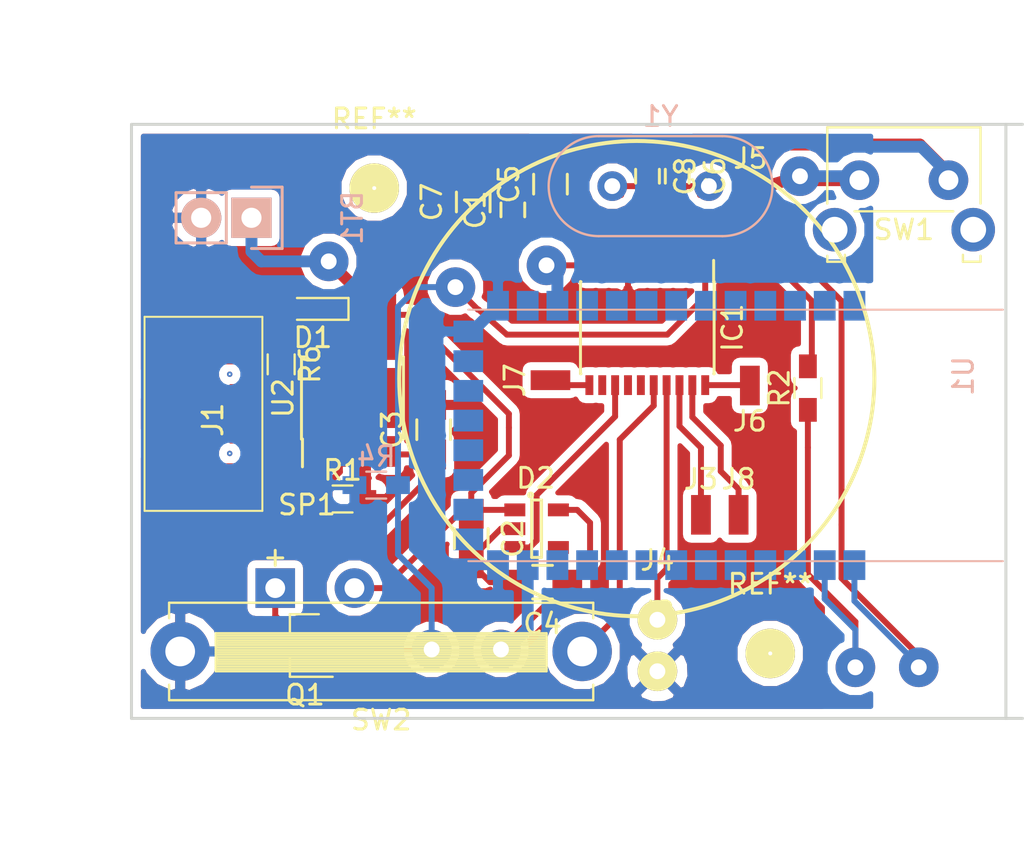
<source format=kicad_pcb>
(kicad_pcb (version 4) (host pcbnew 4.0.7)

  (general
    (links 70)
    (no_connects 1)
    (area 69.924999 49.924999 115.075001 80.075001)
    (thickness 1.6)
    (drawings 5)
    (tracks 271)
    (zones 0)
    (modules 33)
    (nets 24)
  )

  (page A4)
  (layers
    (0 F.Cu signal)
    (31 B.Cu signal hide)
    (32 B.Adhes user)
    (33 F.Adhes user)
    (34 B.Paste user)
    (35 F.Paste user)
    (36 B.SilkS user)
    (37 F.SilkS user hide)
    (38 B.Mask user)
    (39 F.Mask user)
    (40 Dwgs.User user)
    (41 Cmts.User user)
    (42 Eco1.User user)
    (43 Eco2.User user)
    (44 Edge.Cuts user)
    (45 Margin user)
    (46 B.CrtYd user)
    (47 F.CrtYd user)
    (48 B.Fab user)
    (49 F.Fab user)
  )

  (setup
    (last_trace_width 0.2)
    (user_trace_width 0.3)
    (user_trace_width 0.6)
    (trace_clearance 0.2)
    (zone_clearance 0.3)
    (zone_45_only yes)
    (trace_min 0.2)
    (segment_width 0.2)
    (edge_width 0.15)
    (via_size 1.4)
    (via_drill 0.8)
    (via_min_size 0.4)
    (via_min_drill 0.3)
    (user_via 2 0.8)
    (uvia_size 0.3)
    (uvia_drill 0.1)
    (uvias_allowed no)
    (uvia_min_size 0.2)
    (uvia_min_drill 0.1)
    (pcb_text_width 0.3)
    (pcb_text_size 1.5 1.5)
    (mod_edge_width 0.15)
    (mod_text_size 1 1)
    (mod_text_width 0.15)
    (pad_size 2 2)
    (pad_drill 1)
    (pad_to_mask_clearance 0.2)
    (aux_axis_origin 96.56 130.52)
    (grid_origin 137.16 109.22)
    (visible_elements 7FFCFFFF)
    (pcbplotparams
      (layerselection 0x00000_80000001)
      (usegerberextensions false)
      (excludeedgelayer true)
      (linewidth 0.100000)
      (plotframeref false)
      (viasonmask false)
      (mode 1)
      (useauxorigin false)
      (hpglpennumber 1)
      (hpglpenspeed 20)
      (hpglpendiameter 15)
      (hpglpenoverlay 2)
      (psnegative false)
      (psa4output false)
      (plotreference true)
      (plotvalue true)
      (plotinvisibletext false)
      (padsonsilk false)
      (subtractmaskfromsilk false)
      (outputformat 5)
      (mirror false)
      (drillshape 1)
      (scaleselection 1)
      (outputdirectory ""))
  )

  (net 0 "")
  (net 1 GND)
  (net 2 VDD)
  (net 3 "Net-(C5-Pad1)")
  (net 4 /RX)
  (net 5 /TX)
  (net 6 /H1)
  (net 7 "Net-(IC1-Pad11)")
  (net 8 /H2)
  (net 9 /con)
  (net 10 /5v)
  (net 11 "Net-(C6-Pad2)")
  (net 12 "Net-(C8-Pad2)")
  (net 13 "Net-(R1-Pad1)")
  (net 14 /bluen)
  (net 15 /PRG)
  (net 16 /kn1)
  (net 17 /bluevdd)
  (net 18 /spk)
  (net 19 "Net-(Q1-Pad3)")
  (net 20 "Net-(D1-Pad1)")
  (net 21 "Net-(IC1-Pad19)")
  (net 22 "Net-(R2-Pad1)")
  (net 23 "Net-(D1-Pad2)")

  (net_class Default "Это класс цепей по умолчанию."
    (clearance 0.2)
    (trace_width 0.2)
    (via_dia 1.4)
    (via_drill 0.8)
    (uvia_dia 0.3)
    (uvia_drill 0.1)
    (add_net /5v)
    (add_net /H1)
    (add_net /H2)
    (add_net /PRG)
    (add_net /RX)
    (add_net /TX)
    (add_net /bluen)
    (add_net /bluevdd)
    (add_net /con)
    (add_net /kn1)
    (add_net /spk)
    (add_net GND)
    (add_net "Net-(C5-Pad1)")
    (add_net "Net-(C6-Pad2)")
    (add_net "Net-(C8-Pad2)")
    (add_net "Net-(D1-Pad1)")
    (add_net "Net-(D1-Pad2)")
    (add_net "Net-(IC1-Pad11)")
    (add_net "Net-(IC1-Pad19)")
    (add_net "Net-(Q1-Pad3)")
    (add_net "Net-(R1-Pad1)")
    (add_net "Net-(R2-Pad1)")
    (add_net VDD)
  )

  (module TO_SOT_Packages_SMD:SOT-23 (layer F.Cu) (tedit 58CE4E7E) (tstamp 599A7AEC)
    (at 78.76 76.32 180)
    (descr "SOT-23, Standard")
    (tags SOT-23)
    (path /599A8B44)
    (attr smd)
    (fp_text reference Q1 (at 0 -2.5 180) (layer F.SilkS)
      (effects (font (size 1 1) (thickness 0.15)))
    )
    (fp_text value 2N7002 (at 0 2.5 180) (layer F.Fab)
      (effects (font (size 1 1) (thickness 0.15)))
    )
    (fp_text user %R (at 0 0 270) (layer F.Fab)
      (effects (font (size 0.5 0.5) (thickness 0.075)))
    )
    (fp_line (start -0.7 -0.95) (end -0.7 1.5) (layer F.Fab) (width 0.1))
    (fp_line (start -0.15 -1.52) (end 0.7 -1.52) (layer F.Fab) (width 0.1))
    (fp_line (start -0.7 -0.95) (end -0.15 -1.52) (layer F.Fab) (width 0.1))
    (fp_line (start 0.7 -1.52) (end 0.7 1.52) (layer F.Fab) (width 0.1))
    (fp_line (start -0.7 1.52) (end 0.7 1.52) (layer F.Fab) (width 0.1))
    (fp_line (start 0.76 1.58) (end 0.76 0.65) (layer F.SilkS) (width 0.12))
    (fp_line (start 0.76 -1.58) (end 0.76 -0.65) (layer F.SilkS) (width 0.12))
    (fp_line (start -1.7 -1.75) (end 1.7 -1.75) (layer F.CrtYd) (width 0.05))
    (fp_line (start 1.7 -1.75) (end 1.7 1.75) (layer F.CrtYd) (width 0.05))
    (fp_line (start 1.7 1.75) (end -1.7 1.75) (layer F.CrtYd) (width 0.05))
    (fp_line (start -1.7 1.75) (end -1.7 -1.75) (layer F.CrtYd) (width 0.05))
    (fp_line (start 0.76 -1.58) (end -1.4 -1.58) (layer F.SilkS) (width 0.12))
    (fp_line (start 0.76 1.58) (end -0.7 1.58) (layer F.SilkS) (width 0.12))
    (pad 1 smd rect (at -1 -0.95 180) (size 0.9 0.8) (layers F.Cu F.Paste F.Mask)
      (net 18 /spk))
    (pad 2 smd rect (at -1 0.95 180) (size 0.9 0.8) (layers F.Cu F.Paste F.Mask)
      (net 1 GND))
    (pad 3 smd rect (at 1 0 180) (size 0.9 0.8) (layers F.Cu F.Paste F.Mask)
      (net 19 "Net-(Q1-Pad3)"))
    (model ${KISYS3DMOD}/TO_SOT_Packages_SMD.3dshapes/SOT-23.wrl
      (at (xyz 0 0 0))
      (scale (xyz 1 1 1))
      (rotate (xyz 0 0 0))
    )
  )

  (module Mounting_Holes:MountingHole_2.5mm (layer F.Cu) (tedit 59E1FD15) (tstamp 57C067DA)
    (at 102.26 76.72)
    (descr "Mounting Hole 2.5mm, no annular")
    (tags "mounting hole 2.5mm no annular")
    (fp_text reference REF** (at 0 -3.5) (layer F.SilkS)
      (effects (font (size 1 1) (thickness 0.15)))
    )
    (fp_text value MountingHole_2.5mm (at 0 3.5) (layer F.Fab)
      (effects (font (size 1 1) (thickness 0.15)))
    )
    (fp_circle (center 0 0) (end 2.5 0) (layer Cmts.User) (width 0.15))
    (fp_circle (center 0 0) (end 2.75 0) (layer F.CrtYd) (width 0.05))
    (pad "" np_thru_hole circle (at 0 0) (size 2.5 2.5) (drill 0.2) (layers *.Cu *.Mask F.SilkS))
  )

  (module Mounting_Holes:MountingHole_2.5mm (layer F.Cu) (tedit 5974C2AF) (tstamp 5974C2C7)
    (at 82.26 53.22)
    (descr "Mounting Hole 2.5mm, no annular")
    (tags "mounting hole 2.5mm no annular")
    (fp_text reference REF** (at 0 -3.5) (layer F.SilkS)
      (effects (font (size 1 1) (thickness 0.15)))
    )
    (fp_text value MountingHole_2.5mm (at 0 3.5) (layer F.Fab)
      (effects (font (size 1 1) (thickness 0.15)))
    )
    (fp_circle (center 0 0) (end 2.5 0) (layer Cmts.User) (width 0.15))
    (fp_circle (center 0 0) (end 2.75 0) (layer F.CrtYd) (width 0.05))
    (pad "" np_thru_hole circle (at 0 0) (size 2.5 2.5) (drill 0.2) (layers *.Cu *.Mask F.SilkS))
  )

  (module Pin_Headers:Pin_Header_Straight_1x02 (layer B.Cu) (tedit 54EA090C) (tstamp 5790666D)
    (at 76.06 54.72 90)
    (descr "Through hole pin header")
    (tags "pin header")
    (path /57779297)
    (fp_text reference BT1 (at 0 5.1 90) (layer B.SilkS)
      (effects (font (size 1 1) (thickness 0.15)) (justify mirror))
    )
    (fp_text value LIR2450 (at 0 3.1 90) (layer B.Fab)
      (effects (font (size 1 1) (thickness 0.15)) (justify mirror))
    )
    (fp_line (start 1.27 -1.27) (end 1.27 -3.81) (layer B.SilkS) (width 0.15))
    (fp_line (start 1.55 1.55) (end 1.55 0) (layer B.SilkS) (width 0.15))
    (fp_line (start -1.75 1.75) (end -1.75 -4.3) (layer B.CrtYd) (width 0.05))
    (fp_line (start 1.75 1.75) (end 1.75 -4.3) (layer B.CrtYd) (width 0.05))
    (fp_line (start -1.75 1.75) (end 1.75 1.75) (layer B.CrtYd) (width 0.05))
    (fp_line (start -1.75 -4.3) (end 1.75 -4.3) (layer B.CrtYd) (width 0.05))
    (fp_line (start 1.27 -1.27) (end -1.27 -1.27) (layer B.SilkS) (width 0.15))
    (fp_line (start -1.55 0) (end -1.55 1.55) (layer B.SilkS) (width 0.15))
    (fp_line (start -1.55 1.55) (end 1.55 1.55) (layer B.SilkS) (width 0.15))
    (fp_line (start -1.27 -1.27) (end -1.27 -3.81) (layer B.SilkS) (width 0.15))
    (fp_line (start -1.27 -3.81) (end 1.27 -3.81) (layer B.SilkS) (width 0.15))
    (pad 1 thru_hole rect (at 0 0 90) (size 2.032 2.032) (drill 1.016) (layers *.Cu *.Mask B.SilkS)
      (net 2 VDD))
    (pad 2 thru_hole oval (at 0 -2.54 90) (size 2.032 2.032) (drill 1.016) (layers *.Cu *.Mask B.SilkS)
      (net 1 GND))
    (model Pin_Headers.3dshapes/Pin_Header_Straight_1x02.wrl
      (at (xyz 0 -0.05 0))
      (scale (xyz 1 1 1))
      (rotate (xyz 0 0 90))
    )
  )

  (module Capacitors_SMD:C_0805_HandSoldering (layer F.Cu) (tedit 541A9B8D) (tstamp 57906679)
    (at 87.16 70.92 270)
    (descr "Capacitor SMD 0805, hand soldering")
    (tags "capacitor 0805")
    (path /577CAECD)
    (attr smd)
    (fp_text reference C2 (at 0 -2.1 270) (layer F.SilkS)
      (effects (font (size 1 1) (thickness 0.15)))
    )
    (fp_text value 1uf (at 0 2.1 270) (layer F.Fab)
      (effects (font (size 1 1) (thickness 0.15)))
    )
    (fp_line (start -2.3 -1) (end 2.3 -1) (layer F.CrtYd) (width 0.05))
    (fp_line (start -2.3 1) (end 2.3 1) (layer F.CrtYd) (width 0.05))
    (fp_line (start -2.3 -1) (end -2.3 1) (layer F.CrtYd) (width 0.05))
    (fp_line (start 2.3 -1) (end 2.3 1) (layer F.CrtYd) (width 0.05))
    (fp_line (start 0.5 -0.85) (end -0.5 -0.85) (layer F.SilkS) (width 0.15))
    (fp_line (start -0.5 0.85) (end 0.5 0.85) (layer F.SilkS) (width 0.15))
    (pad 1 smd rect (at -1.25 0 270) (size 1.5 1.25) (layers F.Cu F.Paste F.Mask)
      (net 2 VDD))
    (pad 2 smd rect (at 1.25 0 270) (size 1.5 1.25) (layers F.Cu F.Paste F.Mask)
      (net 1 GND))
    (model Capacitors_SMD.3dshapes/C_0805_HandSoldering.wrl
      (at (xyz 0 0 0))
      (scale (xyz 1 1 1))
      (rotate (xyz 0 0 0))
    )
  )

  (module Capacitors_SMD:C_0805_HandSoldering (layer F.Cu) (tedit 541A9B8D) (tstamp 5790667F)
    (at 85.26 65.42 90)
    (descr "Capacitor SMD 0805, hand soldering")
    (tags "capacitor 0805")
    (path /57ADA04E)
    (attr smd)
    (fp_text reference C3 (at 0 -2.1 90) (layer F.SilkS)
      (effects (font (size 1 1) (thickness 0.15)))
    )
    (fp_text value 10uf (at 0 2.1 90) (layer F.Fab)
      (effects (font (size 1 1) (thickness 0.15)))
    )
    (fp_line (start -2.3 -1) (end 2.3 -1) (layer F.CrtYd) (width 0.05))
    (fp_line (start -2.3 1) (end 2.3 1) (layer F.CrtYd) (width 0.05))
    (fp_line (start -2.3 -1) (end -2.3 1) (layer F.CrtYd) (width 0.05))
    (fp_line (start 2.3 -1) (end 2.3 1) (layer F.CrtYd) (width 0.05))
    (fp_line (start 0.5 -0.85) (end -0.5 -0.85) (layer F.SilkS) (width 0.15))
    (fp_line (start -0.5 0.85) (end 0.5 0.85) (layer F.SilkS) (width 0.15))
    (pad 1 smd rect (at -1.25 0 90) (size 1.5 1.25) (layers F.Cu F.Paste F.Mask)
      (net 10 /5v))
    (pad 2 smd rect (at 1.25 0 90) (size 1.5 1.25) (layers F.Cu F.Paste F.Mask)
      (net 1 GND))
    (model Capacitors_SMD.3dshapes/C_0805_HandSoldering.wrl
      (at (xyz 0 0 0))
      (scale (xyz 1 1 1))
      (rotate (xyz 0 0 0))
    )
  )

  (module Capacitors_SMD:C_0805_HandSoldering (layer F.Cu) (tedit 541A9B8D) (tstamp 57906685)
    (at 90.76 73.12 180)
    (descr "Capacitor SMD 0805, hand soldering")
    (tags "capacitor 0805")
    (path /577CB359)
    (attr smd)
    (fp_text reference C4 (at 0 -2.1 180) (layer F.SilkS)
      (effects (font (size 1 1) (thickness 0.15)))
    )
    (fp_text value 1uf (at 0 2.1 180) (layer F.Fab)
      (effects (font (size 1 1) (thickness 0.15)))
    )
    (fp_line (start -2.3 -1) (end 2.3 -1) (layer F.CrtYd) (width 0.05))
    (fp_line (start -2.3 1) (end 2.3 1) (layer F.CrtYd) (width 0.05))
    (fp_line (start -2.3 -1) (end -2.3 1) (layer F.CrtYd) (width 0.05))
    (fp_line (start 2.3 -1) (end 2.3 1) (layer F.CrtYd) (width 0.05))
    (fp_line (start 0.5 -0.85) (end -0.5 -0.85) (layer F.SilkS) (width 0.15))
    (fp_line (start -0.5 0.85) (end 0.5 0.85) (layer F.SilkS) (width 0.15))
    (pad 1 smd rect (at -1.25 0 180) (size 1.5 1.25) (layers F.Cu F.Paste F.Mask)
      (net 17 /bluevdd))
    (pad 2 smd rect (at 1.25 0 180) (size 1.5 1.25) (layers F.Cu F.Paste F.Mask)
      (net 1 GND))
    (model Capacitors_SMD.3dshapes/C_0805_HandSoldering.wrl
      (at (xyz 0 0 0))
      (scale (xyz 1 1 1))
      (rotate (xyz 0 0 0))
    )
  )

  (module Capacitors_SMD:C_0805_HandSoldering (layer F.Cu) (tedit 541A9B8D) (tstamp 5790668B)
    (at 91.16 53.02 90)
    (descr "Capacitor SMD 0805, hand soldering")
    (tags "capacitor 0805")
    (path /57AD94D5)
    (attr smd)
    (fp_text reference C5 (at 0 -2.1 90) (layer F.SilkS)
      (effects (font (size 1 1) (thickness 0.15)))
    )
    (fp_text value 1uf (at 0 2.1 90) (layer F.Fab)
      (effects (font (size 1 1) (thickness 0.15)))
    )
    (fp_line (start -2.3 -1) (end 2.3 -1) (layer F.CrtYd) (width 0.05))
    (fp_line (start -2.3 1) (end 2.3 1) (layer F.CrtYd) (width 0.05))
    (fp_line (start -2.3 -1) (end -2.3 1) (layer F.CrtYd) (width 0.05))
    (fp_line (start 2.3 -1) (end 2.3 1) (layer F.CrtYd) (width 0.05))
    (fp_line (start 0.5 -0.85) (end -0.5 -0.85) (layer F.SilkS) (width 0.15))
    (fp_line (start -0.5 0.85) (end 0.5 0.85) (layer F.SilkS) (width 0.15))
    (pad 1 smd rect (at -1.25 0 90) (size 1.5 1.25) (layers F.Cu F.Paste F.Mask)
      (net 3 "Net-(C5-Pad1)"))
    (pad 2 smd rect (at 1.25 0 90) (size 1.5 1.25) (layers F.Cu F.Paste F.Mask)
      (net 1 GND))
    (model Capacitors_SMD.3dshapes/C_0805_HandSoldering.wrl
      (at (xyz 0 0 0))
      (scale (xyz 1 1 1))
      (rotate (xyz 0 0 0))
    )
  )

  (module TO_SOT_Packages_SMD:SOT-23-5 (layer F.Cu) (tedit 55360473) (tstamp 579066BA)
    (at 90.46 70.42)
    (descr "5-pin SOT23 package")
    (tags SOT-23-5)
    (path /577CAC98)
    (attr smd)
    (fp_text reference D2 (at -0.05 -2.55) (layer F.SilkS)
      (effects (font (size 1 1) (thickness 0.15)))
    )
    (fp_text value NCP603 (at -0.05 2.35) (layer F.Fab)
      (effects (font (size 1 1) (thickness 0.15)))
    )
    (fp_line (start -1.8 -1.6) (end 1.8 -1.6) (layer F.CrtYd) (width 0.05))
    (fp_line (start 1.8 -1.6) (end 1.8 1.6) (layer F.CrtYd) (width 0.05))
    (fp_line (start 1.8 1.6) (end -1.8 1.6) (layer F.CrtYd) (width 0.05))
    (fp_line (start -1.8 1.6) (end -1.8 -1.6) (layer F.CrtYd) (width 0.05))
    (fp_circle (center -0.3 -1.7) (end -0.2 -1.7) (layer F.SilkS) (width 0.15))
    (fp_line (start 0.25 -1.45) (end -0.25 -1.45) (layer F.SilkS) (width 0.15))
    (fp_line (start 0.25 1.45) (end 0.25 -1.45) (layer F.SilkS) (width 0.15))
    (fp_line (start -0.25 1.45) (end 0.25 1.45) (layer F.SilkS) (width 0.15))
    (fp_line (start -0.25 -1.45) (end -0.25 1.45) (layer F.SilkS) (width 0.15))
    (pad 1 smd rect (at -1.1 -0.95) (size 1.06 0.65) (layers F.Cu F.Paste F.Mask)
      (net 2 VDD))
    (pad 2 smd rect (at -1.1 0) (size 1.06 0.65) (layers F.Cu F.Paste F.Mask)
      (net 1 GND))
    (pad 3 smd rect (at -1.1 0.95) (size 1.06 0.65) (layers F.Cu F.Paste F.Mask)
      (net 14 /bluen))
    (pad 4 smd rect (at 1.1 0.95) (size 1.06 0.65) (layers F.Cu F.Paste F.Mask))
    (pad 5 smd rect (at 1.1 -0.95) (size 1.06 0.65) (layers F.Cu F.Paste F.Mask)
      (net 17 /bluevdd))
    (model TO_SOT_Packages_SMD.3dshapes/SOT-23-5.wrl
      (at (xyz 0 0 0))
      (scale (xyz 1 1 1))
      (rotate (xyz 0 0 0))
    )
  )

  (module Housings_SSOP:SSOP-20_4.4x6.5mm_Pitch0.65mm (layer F.Cu) (tedit 54130A77) (tstamp 579066D9)
    (at 96.05 60.27 270)
    (descr "SSOP20: plastic shrink small outline package; 20 leads; body width 4.4 mm; (see NXP SSOP-TSSOP-VSO-REFLOW.pdf and sot266-1_po.pdf)")
    (tags "SSOP 0.65")
    (path /57AD9349)
    (attr smd)
    (fp_text reference IC1 (at 0 -4.3 270) (layer F.SilkS)
      (effects (font (size 1 1) (thickness 0.15)))
    )
    (fp_text value STM8S003F3P (at 0 4.3 270) (layer F.Fab)
      (effects (font (size 1 1) (thickness 0.15)))
    )
    (fp_line (start -3.65 -3.55) (end -3.65 3.55) (layer F.CrtYd) (width 0.05))
    (fp_line (start 3.65 -3.55) (end 3.65 3.55) (layer F.CrtYd) (width 0.05))
    (fp_line (start -3.65 -3.55) (end 3.65 -3.55) (layer F.CrtYd) (width 0.05))
    (fp_line (start -3.65 3.55) (end 3.65 3.55) (layer F.CrtYd) (width 0.05))
    (fp_line (start -2.325 -3.375) (end -2.325 -3.35) (layer F.SilkS) (width 0.15))
    (fp_line (start 2.325 -3.375) (end 2.325 -3.35) (layer F.SilkS) (width 0.15))
    (fp_line (start 2.325 3.375) (end 2.325 3.35) (layer F.SilkS) (width 0.15))
    (fp_line (start -2.325 3.375) (end -2.325 3.35) (layer F.SilkS) (width 0.15))
    (fp_line (start -2.325 -3.375) (end 2.325 -3.375) (layer F.SilkS) (width 0.15))
    (fp_line (start -2.325 3.375) (end 2.325 3.375) (layer F.SilkS) (width 0.15))
    (fp_line (start -2.325 -3.35) (end -3.4 -3.35) (layer F.SilkS) (width 0.15))
    (pad 1 smd rect (at -2.9 -2.925 270) (size 1 0.4) (layers F.Cu F.Paste F.Mask)
      (net 18 /spk))
    (pad 2 smd rect (at -2.9 -2.275 270) (size 1 0.4) (layers F.Cu F.Paste F.Mask)
      (net 5 /TX))
    (pad 3 smd rect (at -2.9 -1.625 270) (size 1 0.4) (layers F.Cu F.Paste F.Mask)
      (net 4 /RX))
    (pad 4 smd rect (at -2.9 -0.975 270) (size 1 0.4) (layers F.Cu F.Paste F.Mask))
    (pad 5 smd rect (at -2.9 -0.325 270) (size 1 0.4) (layers F.Cu F.Paste F.Mask)
      (net 11 "Net-(C6-Pad2)"))
    (pad 6 smd rect (at -2.9 0.325 270) (size 1 0.4) (layers F.Cu F.Paste F.Mask)
      (net 12 "Net-(C8-Pad2)"))
    (pad 7 smd rect (at -2.9 0.975 270) (size 1 0.4) (layers F.Cu F.Paste F.Mask)
      (net 1 GND))
    (pad 8 smd rect (at -2.9 1.625 270) (size 1 0.4) (layers F.Cu F.Paste F.Mask)
      (net 3 "Net-(C5-Pad1)"))
    (pad 9 smd rect (at -2.9 2.275 270) (size 1 0.4) (layers F.Cu F.Paste F.Mask)
      (net 2 VDD))
    (pad 10 smd rect (at -2.9 2.925 270) (size 1 0.4) (layers F.Cu F.Paste F.Mask)
      (net 9 /con))
    (pad 11 smd rect (at 2.9 2.925 270) (size 1 0.4) (layers F.Cu F.Paste F.Mask)
      (net 7 "Net-(IC1-Pad11)"))
    (pad 12 smd rect (at 2.9 2.275 270) (size 1 0.4) (layers F.Cu F.Paste F.Mask))
    (pad 13 smd rect (at 2.9 1.625 270) (size 1 0.4) (layers F.Cu F.Paste F.Mask)
      (net 14 /bluen))
    (pad 14 smd rect (at 2.9 0.975 270) (size 1 0.4) (layers F.Cu F.Paste F.Mask))
    (pad 15 smd rect (at 2.9 0.325 270) (size 1 0.4) (layers F.Cu F.Paste F.Mask))
    (pad 16 smd rect (at 2.9 -0.325 270) (size 1 0.4) (layers F.Cu F.Paste F.Mask)
      (net 6 /H1))
    (pad 17 smd rect (at 2.9 -0.975 270) (size 1 0.4) (layers F.Cu F.Paste F.Mask)
      (net 8 /H2))
    (pad 18 smd rect (at 2.9 -1.625 270) (size 1 0.4) (layers F.Cu F.Paste F.Mask)
      (net 15 /PRG))
    (pad 19 smd rect (at 2.9 -2.275 270) (size 1 0.4) (layers F.Cu F.Paste F.Mask)
      (net 21 "Net-(IC1-Pad19)"))
    (pad 20 smd rect (at 2.9 -2.925 270) (size 1 0.4) (layers F.Cu F.Paste F.Mask)
      (net 16 /kn1))
    (model Housings_SSOP.3dshapes/SSOP-20_4.4x6.5mm_Pitch0.65mm.wrl
      (at (xyz 0 0 0))
      (scale (xyz 1 1 1))
      (rotate (xyz 0 0 0))
    )
  )

  (module mylibpcb:hc-05 (layer B.Cu) (tedit 5780A2FB) (tstamp 57ACC352)
    (at 116.01 65.71 90)
    (path /57ACC14B)
    (fp_text reference U1 (at 3 -4 90) (layer B.SilkS)
      (effects (font (size 1 1) (thickness 0.15)) (justify mirror))
    )
    (fp_text value BK3231 (at 0.15 -9.2 90) (layer B.Fab)
      (effects (font (size 1 1) (thickness 0.15)) (justify mirror))
    )
    (fp_line (start 6.35 -2) (end 6.35 -29) (layer B.SilkS) (width 0.1))
    (fp_line (start -6.35 -2) (end -6.35 -29) (layer B.SilkS) (width 0.1))
    (pad 22 smd rect (at 6.55 -27.5 90) (size 1.5 1.1) (layers B.Cu B.Paste B.Mask)
      (net 1 GND))
    (pad 23 smd rect (at 6.55 -26 90) (size 1.5 1.1) (layers B.Cu B.Paste B.Mask))
    (pad 26 smd rect (at 6.55 -21.5 90) (size 1.5 1.1) (layers B.Cu B.Paste B.Mask))
    (pad 24 smd rect (at 6.55 -24.5 90) (size 1.5 1.1) (layers B.Cu B.Paste B.Mask)
      (net 9 /con))
    (pad 25 smd rect (at 6.55 -23 90) (size 1.5 1.1) (layers B.Cu B.Paste B.Mask))
    (pad 30 smd rect (at 6.55 -15.5 90) (size 1.5 1.1) (layers B.Cu B.Paste B.Mask))
    (pad 29 smd rect (at 6.55 -17 90) (size 1.5 1.1) (layers B.Cu B.Paste B.Mask))
    (pad 31 smd rect (at 6.55 -14 90) (size 1.5 1.1) (layers B.Cu B.Paste B.Mask))
    (pad 28 smd rect (at 6.55 -18.5 90) (size 1.5 1.1) (layers B.Cu B.Paste B.Mask))
    (pad 27 smd rect (at 6.55 -20 90) (size 1.5 1.1) (layers B.Cu B.Paste B.Mask))
    (pad 34 smd rect (at 6.55 -9.5 90) (size 1.5 1.1) (layers B.Cu B.Paste B.Mask))
    (pad 32 smd rect (at 6.55 -12.5 90) (size 1.5 1.1) (layers B.Cu B.Paste B.Mask))
    (pad 33 smd rect (at 6.55 -11 90) (size 1.5 1.1) (layers B.Cu B.Paste B.Mask))
    (pad 2 smd rect (at -6.55 -11 90) (size 1.5 1.1) (layers B.Cu B.Paste B.Mask)
      (net 22 "Net-(R2-Pad1)"))
    (pad 3 smd rect (at -6.55 -12.5 90) (size 1.5 1.1) (layers B.Cu B.Paste B.Mask))
    (pad 1 smd rect (at -6.55 -9.5 90) (size 1.5 1.1) (layers B.Cu B.Paste B.Mask)
      (net 4 /RX))
    (pad 8 smd rect (at -6.55 -20 90) (size 1.5 1.1) (layers B.Cu B.Paste B.Mask))
    (pad 7 smd rect (at -6.55 -18.5 90) (size 1.5 1.1) (layers B.Cu B.Paste B.Mask))
    (pad 4 smd rect (at -6.55 -14 90) (size 1.5 1.1) (layers B.Cu B.Paste B.Mask))
    (pad 6 smd rect (at -6.55 -17 90) (size 1.5 1.1) (layers B.Cu B.Paste B.Mask))
    (pad 5 smd rect (at -6.55 -15.5 90) (size 1.5 1.1) (layers B.Cu B.Paste B.Mask))
    (pad 10 smd rect (at -6.55 -23 90) (size 1.5 1.1) (layers B.Cu B.Paste B.Mask))
    (pad 11 smd rect (at -6.55 -24.5 90) (size 1.5 1.1) (layers B.Cu B.Paste B.Mask))
    (pad 9 smd rect (at -6.55 -21.5 90) (size 1.5 1.1) (layers B.Cu B.Paste B.Mask))
    (pad 12 smd rect (at -6.55 -26 90) (size 1.5 1.1) (layers B.Cu B.Paste B.Mask)
      (net 17 /bluevdd))
    (pad 21 smd rect (at 5.25 -29 90) (size 1.1 1.5) (layers B.Cu B.Paste B.Mask)
      (net 1 GND))
    (pad 20 smd rect (at 3.75 -29 90) (size 1.1 1.5) (layers B.Cu B.Paste B.Mask))
    (pad 19 smd rect (at 2.25 -29 90) (size 1.1 1.5) (layers B.Cu B.Paste B.Mask))
    (pad 18 smd rect (at 0.75 -29 90) (size 1.1 1.5) (layers B.Cu B.Paste B.Mask))
    (pad 14 smd rect (at -5.25 -29 90) (size 1.1 1.5) (layers B.Cu B.Paste B.Mask))
    (pad 15 smd rect (at -3.75 -29 90) (size 1.1 1.5) (layers B.Cu B.Paste B.Mask))
    (pad 16 smd rect (at -2.25 -29 90) (size 1.1 1.5) (layers B.Cu B.Paste B.Mask))
    (pad 13 smd rect (at -6.55 -27.5 90) (size 1.5 1.1) (layers B.Cu B.Paste B.Mask)
      (net 1 GND))
    (pad 17 smd rect (at -0.75 -29 90) (size 1.1 1.5) (layers B.Cu B.Paste B.Mask))
  )

  (module Capacitors_SMD:C_0805_HandSoldering (layer F.Cu) (tedit 541A9B8D) (tstamp 57AD9A57)
    (at 87.26 53.92 90)
    (descr "Capacitor SMD 0805, hand soldering")
    (tags "capacitor 0805")
    (path /57ACDA8E)
    (attr smd)
    (fp_text reference C7 (at 0 -2.1 90) (layer F.SilkS)
      (effects (font (size 1 1) (thickness 0.15)))
    )
    (fp_text value 10uf (at 0 2.1 90) (layer F.Fab)
      (effects (font (size 1 1) (thickness 0.15)))
    )
    (fp_line (start -2.3 -1) (end 2.3 -1) (layer F.CrtYd) (width 0.05))
    (fp_line (start -2.3 1) (end 2.3 1) (layer F.CrtYd) (width 0.05))
    (fp_line (start -2.3 -1) (end -2.3 1) (layer F.CrtYd) (width 0.05))
    (fp_line (start 2.3 -1) (end 2.3 1) (layer F.CrtYd) (width 0.05))
    (fp_line (start 0.5 -0.85) (end -0.5 -0.85) (layer F.SilkS) (width 0.15))
    (fp_line (start -0.5 0.85) (end 0.5 0.85) (layer F.SilkS) (width 0.15))
    (pad 1 smd rect (at -1.25 0 90) (size 1.5 1.25) (layers F.Cu F.Paste F.Mask)
      (net 2 VDD))
    (pad 2 smd rect (at 1.25 0 90) (size 1.5 1.25) (layers F.Cu F.Paste F.Mask)
      (net 1 GND))
    (model Capacitors_SMD.3dshapes/C_0805_HandSoldering.wrl
      (at (xyz 0 0 0))
      (scale (xyz 1 1 1))
      (rotate (xyz 0 0 0))
    )
  )

  (module Capacitors_SMD:C_0603_HandSoldering (layer F.Cu) (tedit 541A9B4D) (tstamp 57AF3589)
    (at 89.26 54.32 90)
    (descr "Capacitor SMD 0603, hand soldering")
    (tags "capacitor 0603")
    (path /5778E0DA)
    (attr smd)
    (fp_text reference C1 (at 0 -1.9 90) (layer F.SilkS)
      (effects (font (size 1 1) (thickness 0.15)))
    )
    (fp_text value 100nf (at 0 1.9 90) (layer F.Fab)
      (effects (font (size 1 1) (thickness 0.15)))
    )
    (fp_line (start -1.85 -0.75) (end 1.85 -0.75) (layer F.CrtYd) (width 0.05))
    (fp_line (start -1.85 0.75) (end 1.85 0.75) (layer F.CrtYd) (width 0.05))
    (fp_line (start -1.85 -0.75) (end -1.85 0.75) (layer F.CrtYd) (width 0.05))
    (fp_line (start 1.85 -0.75) (end 1.85 0.75) (layer F.CrtYd) (width 0.05))
    (fp_line (start -0.35 -0.6) (end 0.35 -0.6) (layer F.SilkS) (width 0.15))
    (fp_line (start 0.35 0.6) (end -0.35 0.6) (layer F.SilkS) (width 0.15))
    (pad 1 smd rect (at -0.95 0 90) (size 1.2 0.75) (layers F.Cu F.Paste F.Mask)
      (net 2 VDD))
    (pad 2 smd rect (at 0.95 0 90) (size 1.2 0.75) (layers F.Cu F.Paste F.Mask)
      (net 1 GND))
    (model Capacitors_SMD.3dshapes/C_0603_HandSoldering.wrl
      (at (xyz 0 0 0))
      (scale (xyz 1 1 1))
      (rotate (xyz 0 0 0))
    )
  )

  (module Capacitors_SMD:C_0603_HandSoldering (layer F.Cu) (tedit 541A9B4D) (tstamp 57AF3594)
    (at 97.56 52.62 270)
    (descr "Capacitor SMD 0603, hand soldering")
    (tags "capacitor 0603")
    (path /57ADDE40)
    (attr smd)
    (fp_text reference C6 (at 0 -1.9 270) (layer F.SilkS)
      (effects (font (size 1 1) (thickness 0.15)))
    )
    (fp_text value 22pf (at 0 1.9 270) (layer F.Fab)
      (effects (font (size 1 1) (thickness 0.15)))
    )
    (fp_line (start -1.85 -0.75) (end 1.85 -0.75) (layer F.CrtYd) (width 0.05))
    (fp_line (start -1.85 0.75) (end 1.85 0.75) (layer F.CrtYd) (width 0.05))
    (fp_line (start -1.85 -0.75) (end -1.85 0.75) (layer F.CrtYd) (width 0.05))
    (fp_line (start 1.85 -0.75) (end 1.85 0.75) (layer F.CrtYd) (width 0.05))
    (fp_line (start -0.35 -0.6) (end 0.35 -0.6) (layer F.SilkS) (width 0.15))
    (fp_line (start 0.35 0.6) (end -0.35 0.6) (layer F.SilkS) (width 0.15))
    (pad 1 smd rect (at -0.95 0 270) (size 1.2 0.75) (layers F.Cu F.Paste F.Mask)
      (net 1 GND))
    (pad 2 smd rect (at 0.95 0 270) (size 1.2 0.75) (layers F.Cu F.Paste F.Mask)
      (net 11 "Net-(C6-Pad2)"))
    (model Capacitors_SMD.3dshapes/C_0603_HandSoldering.wrl
      (at (xyz 0 0 0))
      (scale (xyz 1 1 1))
      (rotate (xyz 0 0 0))
    )
  )

  (module Capacitors_SMD:C_0603_HandSoldering (layer F.Cu) (tedit 541A9B4D) (tstamp 57AF359F)
    (at 96.06 52.62 270)
    (descr "Capacitor SMD 0603, hand soldering")
    (tags "capacitor 0603")
    (path /57ADDEBF)
    (attr smd)
    (fp_text reference C8 (at 0 -1.9 270) (layer F.SilkS)
      (effects (font (size 1 1) (thickness 0.15)))
    )
    (fp_text value 22pf (at 0 1.9 270) (layer F.Fab)
      (effects (font (size 1 1) (thickness 0.15)))
    )
    (fp_line (start -1.85 -0.75) (end 1.85 -0.75) (layer F.CrtYd) (width 0.05))
    (fp_line (start -1.85 0.75) (end 1.85 0.75) (layer F.CrtYd) (width 0.05))
    (fp_line (start -1.85 -0.75) (end -1.85 0.75) (layer F.CrtYd) (width 0.05))
    (fp_line (start 1.85 -0.75) (end 1.85 0.75) (layer F.CrtYd) (width 0.05))
    (fp_line (start -0.35 -0.6) (end 0.35 -0.6) (layer F.SilkS) (width 0.15))
    (fp_line (start 0.35 0.6) (end -0.35 0.6) (layer F.SilkS) (width 0.15))
    (pad 1 smd rect (at -0.95 0 270) (size 1.2 0.75) (layers F.Cu F.Paste F.Mask)
      (net 1 GND))
    (pad 2 smd rect (at 0.95 0 270) (size 1.2 0.75) (layers F.Cu F.Paste F.Mask)
      (net 12 "Net-(C8-Pad2)"))
    (model Capacitors_SMD.3dshapes/C_0603_HandSoldering.wrl
      (at (xyz 0 0 0))
      (scale (xyz 1 1 1))
      (rotate (xyz 0 0 0))
    )
  )

  (module Housings_SOIC:SOIC-8-1EP_3.9x4.9mm_Pitch1.27mm (layer F.Cu) (tedit 574D9865) (tstamp 57D9763C)
    (at 81.16 63.82 90)
    (descr "8-Lead Thermally Enhanced Plastic Small Outline (SE) - Narrow, 3.90 mm Body [SOIC] (see Microchip Packaging Specification 00000049BS.pdf)")
    (tags "SOIC 1.27")
    (path /57AD9C31)
    (attr smd)
    (fp_text reference U2 (at 0 -3.5 90) (layer F.SilkS)
      (effects (font (size 1 1) (thickness 0.15)))
    )
    (fp_text value TP4056 (at 0 3.5 90) (layer F.Fab)
      (effects (font (size 1 1) (thickness 0.15)))
    )
    (fp_circle (center -1.5 -2) (end -1.75 -2) (layer F.Fab) (width 0.15))
    (fp_line (start -1.95 2.45) (end -1.95 -2.45) (layer F.Fab) (width 0.15))
    (fp_line (start 1.95 2.45) (end -1.95 2.45) (layer F.Fab) (width 0.15))
    (fp_line (start 1.95 -2.45) (end 1.95 2.45) (layer F.Fab) (width 0.15))
    (fp_line (start -1.95 -2.45) (end 1.95 -2.45) (layer F.Fab) (width 0.15))
    (fp_line (start -3.75 -2.75) (end -3.75 2.75) (layer F.CrtYd) (width 0.05))
    (fp_line (start 3.75 -2.75) (end 3.75 2.75) (layer F.CrtYd) (width 0.05))
    (fp_line (start -3.75 -2.75) (end 3.75 -2.75) (layer F.CrtYd) (width 0.05))
    (fp_line (start -3.75 2.75) (end 3.75 2.75) (layer F.CrtYd) (width 0.05))
    (fp_line (start -2.075 -2.575) (end -2.075 -2.525) (layer F.SilkS) (width 0.15))
    (fp_line (start 2.075 -2.575) (end 2.075 -2.43) (layer F.SilkS) (width 0.15))
    (fp_line (start 2.075 2.575) (end 2.075 2.43) (layer F.SilkS) (width 0.15))
    (fp_line (start -2.075 2.575) (end -2.075 2.43) (layer F.SilkS) (width 0.15))
    (fp_line (start -2.075 -2.575) (end 2.075 -2.575) (layer F.SilkS) (width 0.15))
    (fp_line (start -2.075 2.575) (end 2.075 2.575) (layer F.SilkS) (width 0.15))
    (fp_line (start -2.075 -2.525) (end -3.475 -2.525) (layer F.SilkS) (width 0.15))
    (pad 1 smd rect (at -2.7 -1.905 90) (size 1.55 0.6) (layers F.Cu F.Paste F.Mask)
      (net 1 GND))
    (pad 2 smd rect (at -2.7 -0.635 90) (size 1.55 0.6) (layers F.Cu F.Paste F.Mask)
      (net 13 "Net-(R1-Pad1)"))
    (pad 3 smd rect (at -2.7 0.635 90) (size 1.55 0.6) (layers F.Cu F.Paste F.Mask)
      (net 1 GND))
    (pad 4 smd rect (at -2.7 1.905 90) (size 1.55 0.6) (layers F.Cu F.Paste F.Mask)
      (net 10 /5v))
    (pad 5 smd rect (at 2.7 1.905 90) (size 1.55 0.6) (layers F.Cu F.Paste F.Mask)
      (net 2 VDD))
    (pad 6 smd rect (at 2.7 0.635 90) (size 1.55 0.6) (layers F.Cu F.Paste F.Mask))
    (pad 7 smd rect (at 2.7 -0.635 90) (size 1.55 0.6) (layers F.Cu F.Paste F.Mask)
      (net 20 "Net-(D1-Pad1)"))
    (pad 8 smd rect (at 2.7 -1.905 90) (size 1.55 0.6) (layers F.Cu F.Paste F.Mask)
      (net 10 /5v))
    (pad 9 smd rect (at 0.5875 0.5875 90) (size 1.175 1.175) (layers F.Cu F.Paste F.Mask)
      (net 1 GND) (solder_paste_margin_ratio -0.2))
    (pad 9 smd rect (at 0.5875 -0.5875 90) (size 1.175 1.175) (layers F.Cu F.Paste F.Mask)
      (net 1 GND) (solder_paste_margin_ratio -0.2))
    (pad 9 smd rect (at -0.5875 0.5875 90) (size 1.175 1.175) (layers F.Cu F.Paste F.Mask)
      (net 1 GND) (solder_paste_margin_ratio -0.2))
    (pad 9 smd rect (at -0.5875 -0.5875 90) (size 1.175 1.175) (layers F.Cu F.Paste F.Mask)
      (net 1 GND) (solder_paste_margin_ratio -0.2))
    (model Housings_SOIC.3dshapes/SOIC-8-1EP_3.9x4.9mm_Pitch1.27mm.wrl
      (at (xyz 0 0 0))
      (scale (xyz 1 1 1))
      (rotate (xyz 0 0 0))
    )
  )

  (module mylibpcb:wirepadme (layer F.Cu) (tedit 57D6C574) (tstamp 5974CFAF)
    (at 96.56 77.62)
    (descr "Mesurement Point, Round, Trough Hole,  DM 3mm, Drill 1.5mm,")
    (tags "Mesurement Point Round Trough Hole 3mm 1.5mm")
    (path /5974ECDB)
    (attr virtual)
    (fp_text reference J2 (at 0 -3) (layer F.SilkS)
      (effects (font (size 1 1) (thickness 0.15)))
    )
    (fp_text value h2_g (at 0 3) (layer F.Fab)
      (effects (font (size 1 1) (thickness 0.15)))
    )
    (fp_circle (center 0 0) (end 1.2 0) (layer F.CrtYd) (width 0.05))
    (pad 1 thru_hole circle (at 0 0) (size 2 2) (drill 0.8) (layers *.Cu *.Mask F.SilkS)
      (net 1 GND))
  )

  (module mylibpcb:wirepadme (layer F.Cu) (tedit 57D6C574) (tstamp 5974CFBB)
    (at 96.56 75.02)
    (descr "Mesurement Point, Round, Trough Hole,  DM 3mm, Drill 1.5mm,")
    (tags "Mesurement Point Round Trough Hole 3mm 1.5mm")
    (path /5974EBE6)
    (attr virtual)
    (fp_text reference J4 (at 0 -3) (layer F.SilkS)
      (effects (font (size 1 1) (thickness 0.15)))
    )
    (fp_text value h2 (at 0 3) (layer F.Fab)
      (effects (font (size 1 1) (thickness 0.15)))
    )
    (fp_circle (center 0 0) (end 1.2 0) (layer F.CrtYd) (width 0.05))
    (pad 1 thru_hole circle (at 0 0) (size 2 2) (drill 0.8) (layers *.Cu *.Mask F.SilkS)
      (net 8 /H2))
  )

  (module Resistors_ThroughHole:R_Bare_Metal_Element_L21.3mm_W4.8mm_P20.30mm (layer F.Cu) (tedit 5874F706) (tstamp 5974D017)
    (at 92.76 76.62 180)
    (descr "Resistor, Bare_Metal_Element series, Bare Metal Strip/Wire, Horizontal, pin pitch=20.3mm, 5W, length*width=21.3*4.8mm^2, https://www.bourns.com/pdfs/PWR4412-2S.pdf")
    (tags "Resistor Bare_Metal_Element series Bare Metal Strip Wire Horizontal pin pitch 20.3mm 5W length 21.3mm width 4.8mm ")
    (path /5974E5A6)
    (fp_text reference SW2 (at 10.15 -3.46 180) (layer F.SilkS)
      (effects (font (size 1 1) (thickness 0.15)))
    )
    (fp_text value Herkon (at 10.15 3.46 180) (layer F.Fab)
      (effects (font (size 1 1) (thickness 0.15)))
    )
    (fp_line (start -0.5 -2.4) (end -0.5 2.4) (layer F.Fab) (width 0.1))
    (fp_line (start -0.5 2.4) (end 20.8 2.4) (layer F.Fab) (width 0.1))
    (fp_line (start 20.8 2.4) (end 20.8 -2.4) (layer F.Fab) (width 0.1))
    (fp_line (start 20.8 -2.4) (end -0.5 -2.4) (layer F.Fab) (width 0.1))
    (fp_line (start -0.56 -1.68) (end -0.56 -2.46) (layer F.SilkS) (width 0.12))
    (fp_line (start -0.56 -2.46) (end 20.86 -2.46) (layer F.SilkS) (width 0.12))
    (fp_line (start 20.86 -2.46) (end 20.86 -1.68) (layer F.SilkS) (width 0.12))
    (fp_line (start -0.56 1.68) (end -0.56 2.46) (layer F.SilkS) (width 0.12))
    (fp_line (start -0.56 2.46) (end 20.86 2.46) (layer F.SilkS) (width 0.12))
    (fp_line (start 20.86 2.46) (end 20.86 1.68) (layer F.SilkS) (width 0.12))
    (fp_line (start 1.8 -1) (end 18.5 -1) (layer F.SilkS) (width 0.12))
    (fp_line (start 1.8 -0.88) (end 18.5 -0.88) (layer F.SilkS) (width 0.12))
    (fp_line (start 1.8 -0.76) (end 18.5 -0.76) (layer F.SilkS) (width 0.12))
    (fp_line (start 1.8 -0.64) (end 18.5 -0.64) (layer F.SilkS) (width 0.12))
    (fp_line (start 1.8 -0.52) (end 18.5 -0.52) (layer F.SilkS) (width 0.12))
    (fp_line (start 1.8 -0.4) (end 18.5 -0.4) (layer F.SilkS) (width 0.12))
    (fp_line (start 1.8 -0.28) (end 18.5 -0.28) (layer F.SilkS) (width 0.12))
    (fp_line (start 1.8 -0.16) (end 18.5 -0.16) (layer F.SilkS) (width 0.12))
    (fp_line (start 1.8 -0.04) (end 18.5 -0.04) (layer F.SilkS) (width 0.12))
    (fp_line (start 1.8 0.08) (end 18.5 0.08) (layer F.SilkS) (width 0.12))
    (fp_line (start 1.8 0.2) (end 18.5 0.2) (layer F.SilkS) (width 0.12))
    (fp_line (start 1.8 0.32) (end 18.5 0.32) (layer F.SilkS) (width 0.12))
    (fp_line (start 1.8 0.44) (end 18.5 0.44) (layer F.SilkS) (width 0.12))
    (fp_line (start 1.8 0.56) (end 18.5 0.56) (layer F.SilkS) (width 0.12))
    (fp_line (start 1.8 0.68) (end 18.5 0.68) (layer F.SilkS) (width 0.12))
    (fp_line (start 1.8 0.8) (end 18.5 0.8) (layer F.SilkS) (width 0.12))
    (fp_line (start 1.8 0.92) (end 18.5 0.92) (layer F.SilkS) (width 0.12))
    (fp_line (start 1.8 -1) (end 1.8 0.92) (layer F.SilkS) (width 0.12))
    (fp_line (start 18.5 -1) (end 18.5 0.92) (layer F.SilkS) (width 0.12))
    (fp_line (start -1.75 -2.75) (end -1.75 2.75) (layer F.CrtYd) (width 0.05))
    (fp_line (start -1.75 2.75) (end 22.05 2.75) (layer F.CrtYd) (width 0.05))
    (fp_line (start 22.05 2.75) (end 22.05 -2.75) (layer F.CrtYd) (width 0.05))
    (fp_line (start 22.05 -2.75) (end -1.75 -2.75) (layer F.CrtYd) (width 0.05))
    (pad 1 thru_hole circle (at 0 0 180) (size 3 3) (drill 1.5) (layers *.Cu *.Mask)
      (net 6 /H1))
    (pad 2 thru_hole oval (at 20.3 0 180) (size 3 3) (drill 1.5) (layers *.Cu *.Mask)
      (net 1 GND))
    (model ${KISYS3DMOD}/Resistors_THT.3dshapes/R_Bare_Metal_Element_L21.3mm_W4.8mm_P20.30mm.wrl
      (at (xyz 0 0 0))
      (scale (xyz 0.393701 0.393701 0.393701))
      (rotate (xyz 0 0 0))
    )
  )

  (module Crystals:Crystal_HC49-U_Vertical (layer B.Cu) (tedit 58CD2E9C) (tstamp 5974D018)
    (at 99.16 53.12 180)
    (descr "Crystal THT HC-49/U http://5hertz.com/pdfs/04404_D.pdf")
    (tags "THT crystalHC-49/U")
    (path /57ADDD5E)
    (fp_text reference Y1 (at 2.44 3.525 180) (layer B.SilkS)
      (effects (font (size 1 1) (thickness 0.15)) (justify mirror))
    )
    (fp_text value 8Mgh (at 2.44 -3.525 180) (layer B.Fab)
      (effects (font (size 1 1) (thickness 0.15)) (justify mirror))
    )
    (fp_text user %R (at 2.44 0 180) (layer B.Fab)
      (effects (font (size 1 1) (thickness 0.15)) (justify mirror))
    )
    (fp_line (start -0.685 2.325) (end 5.565 2.325) (layer B.Fab) (width 0.1))
    (fp_line (start -0.685 -2.325) (end 5.565 -2.325) (layer B.Fab) (width 0.1))
    (fp_line (start -0.56 2) (end 5.44 2) (layer B.Fab) (width 0.1))
    (fp_line (start -0.56 -2) (end 5.44 -2) (layer B.Fab) (width 0.1))
    (fp_line (start -0.685 2.525) (end 5.565 2.525) (layer B.SilkS) (width 0.12))
    (fp_line (start -0.685 -2.525) (end 5.565 -2.525) (layer B.SilkS) (width 0.12))
    (fp_line (start -3.5 2.8) (end -3.5 -2.8) (layer B.CrtYd) (width 0.05))
    (fp_line (start -3.5 -2.8) (end 8.4 -2.8) (layer B.CrtYd) (width 0.05))
    (fp_line (start 8.4 -2.8) (end 8.4 2.8) (layer B.CrtYd) (width 0.05))
    (fp_line (start 8.4 2.8) (end -3.5 2.8) (layer B.CrtYd) (width 0.05))
    (fp_arc (start -0.685 0) (end -0.685 2.325) (angle 180) (layer B.Fab) (width 0.1))
    (fp_arc (start 5.565 0) (end 5.565 2.325) (angle -180) (layer B.Fab) (width 0.1))
    (fp_arc (start -0.56 0) (end -0.56 2) (angle 180) (layer B.Fab) (width 0.1))
    (fp_arc (start 5.44 0) (end 5.44 2) (angle -180) (layer B.Fab) (width 0.1))
    (fp_arc (start -0.685 0) (end -0.685 2.525) (angle 180) (layer B.SilkS) (width 0.12))
    (fp_arc (start 5.565 0) (end 5.565 2.525) (angle -180) (layer B.SilkS) (width 0.12))
    (pad 1 thru_hole circle (at 0 0 180) (size 1.5 1.5) (drill 0.8) (layers *.Cu *.Mask)
      (net 11 "Net-(C6-Pad2)"))
    (pad 2 thru_hole circle (at 4.88 0 180) (size 1.5 1.5) (drill 0.8) (layers *.Cu *.Mask)
      (net 12 "Net-(C8-Pad2)"))
    (model ${KISYS3DMOD}/Crystals.3dshapes/Crystal_HC49-U_Vertical.wrl
      (at (xyz 0 0 0))
      (scale (xyz 0.393701 0.393701 0.393701))
      (rotate (xyz 0 0 0))
    )
  )

  (module Resistors_SMD:R_0603_HandSoldering (layer F.Cu) (tedit 58E0A804) (tstamp 599A7AED)
    (at 80.66 68.92)
    (descr "Resistor SMD 0603, hand soldering")
    (tags "resistor 0603")
    (path /57AD9EE1)
    (attr smd)
    (fp_text reference R1 (at 0 -1.45) (layer F.SilkS)
      (effects (font (size 1 1) (thickness 0.15)))
    )
    (fp_text value 10k (at 0 1.55) (layer F.Fab)
      (effects (font (size 1 1) (thickness 0.15)))
    )
    (fp_text user %R (at 0 0) (layer F.Fab)
      (effects (font (size 0.4 0.4) (thickness 0.075)))
    )
    (fp_line (start -0.8 0.4) (end -0.8 -0.4) (layer F.Fab) (width 0.1))
    (fp_line (start 0.8 0.4) (end -0.8 0.4) (layer F.Fab) (width 0.1))
    (fp_line (start 0.8 -0.4) (end 0.8 0.4) (layer F.Fab) (width 0.1))
    (fp_line (start -0.8 -0.4) (end 0.8 -0.4) (layer F.Fab) (width 0.1))
    (fp_line (start 0.5 0.68) (end -0.5 0.68) (layer F.SilkS) (width 0.12))
    (fp_line (start -0.5 -0.68) (end 0.5 -0.68) (layer F.SilkS) (width 0.12))
    (fp_line (start -1.96 -0.7) (end 1.95 -0.7) (layer F.CrtYd) (width 0.05))
    (fp_line (start -1.96 -0.7) (end -1.96 0.7) (layer F.CrtYd) (width 0.05))
    (fp_line (start 1.95 0.7) (end 1.95 -0.7) (layer F.CrtYd) (width 0.05))
    (fp_line (start 1.95 0.7) (end -1.96 0.7) (layer F.CrtYd) (width 0.05))
    (pad 1 smd rect (at -1.1 0) (size 1.2 0.9) (layers F.Cu F.Paste F.Mask)
      (net 13 "Net-(R1-Pad1)"))
    (pad 2 smd rect (at 1.1 0) (size 1.2 0.9) (layers F.Cu F.Paste F.Mask)
      (net 1 GND))
    (model ${KISYS3DMOD}/Resistors_SMD.3dshapes/R_0603.wrl
      (at (xyz 0 0 0))
      (scale (xyz 1 1 1))
      (rotate (xyz 0 0 0))
    )
  )

  (module LEDs:LED_0603_HandSoldering (layer F.Cu) (tedit 595FC9C0) (tstamp 599A8529)
    (at 79.16 59.32 180)
    (descr "LED SMD 0603, hand soldering")
    (tags "LED 0603")
    (path /599AABE4)
    (attr smd)
    (fp_text reference D1 (at 0 -1.45 180) (layer F.SilkS)
      (effects (font (size 1 1) (thickness 0.15)))
    )
    (fp_text value LED_Small (at 0 1.55 180) (layer F.Fab)
      (effects (font (size 1 1) (thickness 0.15)))
    )
    (fp_line (start -1.8 -0.55) (end -1.8 0.55) (layer F.SilkS) (width 0.12))
    (fp_line (start -0.2 -0.2) (end -0.2 0.2) (layer F.Fab) (width 0.1))
    (fp_line (start -0.15 0) (end 0.15 -0.2) (layer F.Fab) (width 0.1))
    (fp_line (start 0.15 0.2) (end -0.15 0) (layer F.Fab) (width 0.1))
    (fp_line (start 0.15 -0.2) (end 0.15 0.2) (layer F.Fab) (width 0.1))
    (fp_line (start 0.8 0.4) (end -0.8 0.4) (layer F.Fab) (width 0.1))
    (fp_line (start 0.8 -0.4) (end 0.8 0.4) (layer F.Fab) (width 0.1))
    (fp_line (start -0.8 -0.4) (end 0.8 -0.4) (layer F.Fab) (width 0.1))
    (fp_line (start -1.8 0.55) (end 0.8 0.55) (layer F.SilkS) (width 0.12))
    (fp_line (start -1.8 -0.55) (end 0.8 -0.55) (layer F.SilkS) (width 0.12))
    (fp_line (start -1.96 -0.7) (end 1.95 -0.7) (layer F.CrtYd) (width 0.05))
    (fp_line (start -1.96 -0.7) (end -1.96 0.7) (layer F.CrtYd) (width 0.05))
    (fp_line (start 1.95 0.7) (end 1.95 -0.7) (layer F.CrtYd) (width 0.05))
    (fp_line (start 1.95 0.7) (end -1.96 0.7) (layer F.CrtYd) (width 0.05))
    (fp_line (start -0.8 -0.4) (end -0.8 0.4) (layer F.Fab) (width 0.1))
    (pad 1 smd rect (at -1.1 0 180) (size 1.2 0.9) (layers F.Cu F.Paste F.Mask)
      (net 20 "Net-(D1-Pad1)"))
    (pad 2 smd rect (at 1.1 0 180) (size 1.2 0.9) (layers F.Cu F.Paste F.Mask)
      (net 23 "Net-(D1-Pad2)"))
    (model ${KISYS3DMOD}/LEDs.3dshapes/LED_0603.wrl
      (at (xyz 0 0 0))
      (scale (xyz 1 1 1))
      (rotate (xyz 0 0 180))
    )
  )

  (module mylibpcb:wirepad_mini (layer F.Cu) (tedit 581B8F26) (tstamp 599AA0C4)
    (at 98.76 67.42)
    (path /5974E884)
    (fp_text reference J3 (at 0 0.5) (layer F.SilkS)
      (effects (font (size 1 1) (thickness 0.15)))
    )
    (fp_text value prg (at 0 -0.5) (layer F.Fab)
      (effects (font (size 1 1) (thickness 0.15)))
    )
    (pad 1 smd rect (at 0 2.3) (size 1 2) (layers F.Cu F.Paste F.Mask)
      (net 15 /PRG))
  )

  (module mylibpcb:wirepad_mini (layer F.Cu) (tedit 581B8F26) (tstamp 599AA41E)
    (at 101.23 65.49 180)
    (path /599ABDEC)
    (fp_text reference J6 (at 0 0.5 180) (layer F.SilkS)
      (effects (font (size 1 1) (thickness 0.15)))
    )
    (fp_text value kn1 (at 0 -0.5 180) (layer F.Fab)
      (effects (font (size 1 1) (thickness 0.15)))
    )
    (pad 1 smd rect (at 0 2.3 180) (size 1 2) (layers F.Cu F.Paste F.Mask)
      (net 16 /kn1))
  )

  (module mylibpcb:wirepad_mini (layer F.Cu) (tedit 581B8F26) (tstamp 59CF4586)
    (at 101.26 51.22)
    (path /599ABC33)
    (fp_text reference J5 (at 0 0.5) (layer F.SilkS)
      (effects (font (size 1 1) (thickness 0.15)))
    )
    (fp_text value kn1 (at 0 -0.5) (layer F.Fab)
      (effects (font (size 1 1) (thickness 0.15)))
    )
    (pad 1 smd rect (at 0 2.3) (size 1 2) (layers F.Cu F.Paste F.Mask)
      (net 16 /kn1))
  )

  (module mylibpcb:usb5s (layer F.Cu) (tedit 59CF56B8) (tstamp 59CF5D0F)
    (at 76.66 64.62 270)
    (path /5974D90E)
    (fp_text reference J1 (at 0.3 2.55 270) (layer F.SilkS)
      (effects (font (size 1 1) (thickness 0.15)))
    )
    (fp_text value USB_B (at 0.15 3.65 270) (layer F.Fab)
      (effects (font (size 1 1) (thickness 0.15)))
    )
    (fp_line (start -4.9 6) (end -4.9 0.05) (layer F.SilkS) (width 0.1))
    (fp_line (start -4.9 0.05) (end 4.9 0.05) (layer F.SilkS) (width 0.1))
    (fp_line (start 4.9 0.05) (end 4.9 6) (layer F.SilkS) (width 0.1))
    (fp_line (start -4.9 6) (end 4.9 6) (layer F.SilkS) (width 0.1))
    (pad 7 thru_hole circle (at -2 1.7 270) (size 0.275 0.275) (drill 0.1) (layers *.Cu *.Mask))
    (pad 1 smd rect (at -1.3 0.9 270) (size 0.4 1.6) (layers F.Cu F.Paste F.Mask)
      (net 10 /5v))
    (pad 2 smd rect (at -0.65 0.9 270) (size 0.4 1.6) (layers F.Cu F.Paste F.Mask))
    (pad 5 smd rect (at 1.3 0.9 270) (size 0.4 1.6) (layers F.Cu F.Paste F.Mask)
      (net 1 GND))
    (pad 4 smd rect (at 0.65 0.9 270) (size 0.4 1.6) (layers F.Cu F.Paste F.Mask)
      (net 1 GND))
    (pad 5 smd rect (at 1.5 4.95 270) (size 1.1 1) (layers F.Cu F.Paste F.Mask)
      (net 1 GND))
    (pad 5 smd rect (at -1.5 4.95 270) (size 1.1 1) (layers F.Cu F.Paste F.Mask)
      (net 1 GND))
    (pad 5 smd rect (at 3.5 3.85 270) (size 2 1.2) (layers F.Cu F.Paste F.Mask)
      (net 1 GND))
    (pad 5 smd rect (at -3.5 3.85 270) (size 2 1.2) (layers F.Cu F.Paste F.Mask)
      (net 1 GND))
    (pad 5 smd rect (at 3.5 1.35 270) (size 2 1.2) (layers F.Cu F.Paste F.Mask)
      (net 1 GND))
    (pad 5 smd rect (at -3.5 1.35 270) (size 2 1.2) (layers F.Cu F.Paste F.Mask)
      (net 1 GND))
    (pad 3 smd rect (at 0 0.9 270) (size 0.4 1.6) (layers F.Cu F.Paste F.Mask))
    (pad 7 thru_hole circle (at 2 1.7 270) (size 0.275 0.275) (drill 0.1) (layers *.Cu *.Mask))
  )

  (module Resistors_SMD:R_0603_HandSoldering (layer F.Cu) (tedit 58E0A804) (tstamp 59CFE297)
    (at 104.16 63.32 90)
    (descr "Resistor SMD 0603, hand soldering")
    (tags "resistor 0603")
    (path /59CFE398)
    (attr smd)
    (fp_text reference R2 (at 0 -1.45 90) (layer F.SilkS)
      (effects (font (size 1 1) (thickness 0.15)))
    )
    (fp_text value 1k (at 0 1.55 90) (layer F.Fab)
      (effects (font (size 1 1) (thickness 0.15)))
    )
    (fp_text user %R (at 0 0 90) (layer F.Fab)
      (effects (font (size 0.4 0.4) (thickness 0.075)))
    )
    (fp_line (start -0.8 0.4) (end -0.8 -0.4) (layer F.Fab) (width 0.1))
    (fp_line (start 0.8 0.4) (end -0.8 0.4) (layer F.Fab) (width 0.1))
    (fp_line (start 0.8 -0.4) (end 0.8 0.4) (layer F.Fab) (width 0.1))
    (fp_line (start -0.8 -0.4) (end 0.8 -0.4) (layer F.Fab) (width 0.1))
    (fp_line (start 0.5 0.68) (end -0.5 0.68) (layer F.SilkS) (width 0.12))
    (fp_line (start -0.5 -0.68) (end 0.5 -0.68) (layer F.SilkS) (width 0.12))
    (fp_line (start -1.96 -0.7) (end 1.95 -0.7) (layer F.CrtYd) (width 0.05))
    (fp_line (start -1.96 -0.7) (end -1.96 0.7) (layer F.CrtYd) (width 0.05))
    (fp_line (start 1.95 0.7) (end 1.95 -0.7) (layer F.CrtYd) (width 0.05))
    (fp_line (start 1.95 0.7) (end -1.96 0.7) (layer F.CrtYd) (width 0.05))
    (pad 1 smd rect (at -1.1 0 90) (size 1.2 0.9) (layers F.Cu F.Paste F.Mask)
      (net 22 "Net-(R2-Pad1)"))
    (pad 2 smd rect (at 1.1 0 90) (size 1.2 0.9) (layers F.Cu F.Paste F.Mask)
      (net 5 /TX))
    (model ${KISYS3DMOD}/Resistors_SMD.3dshapes/R_0603.wrl
      (at (xyz 0 0 0))
      (scale (xyz 1 1 1))
      (rotate (xyz 0 0 0))
    )
  )

  (module Resistors_SMD:R_0603_HandSoldering (layer F.Cu) (tedit 58E0A804) (tstamp 59CFF68F)
    (at 77.56 62.12 270)
    (descr "Resistor SMD 0603, hand soldering")
    (tags "resistor 0603")
    (path /59CFF97F)
    (attr smd)
    (fp_text reference R6 (at 0 -1.45 270) (layer F.SilkS)
      (effects (font (size 1 1) (thickness 0.15)))
    )
    (fp_text value 1k (at 0 1.55 270) (layer F.Fab)
      (effects (font (size 1 1) (thickness 0.15)))
    )
    (fp_text user %R (at 0 0 270) (layer F.Fab)
      (effects (font (size 0.4 0.4) (thickness 0.075)))
    )
    (fp_line (start -0.8 0.4) (end -0.8 -0.4) (layer F.Fab) (width 0.1))
    (fp_line (start 0.8 0.4) (end -0.8 0.4) (layer F.Fab) (width 0.1))
    (fp_line (start 0.8 -0.4) (end 0.8 0.4) (layer F.Fab) (width 0.1))
    (fp_line (start -0.8 -0.4) (end 0.8 -0.4) (layer F.Fab) (width 0.1))
    (fp_line (start 0.5 0.68) (end -0.5 0.68) (layer F.SilkS) (width 0.12))
    (fp_line (start -0.5 -0.68) (end 0.5 -0.68) (layer F.SilkS) (width 0.12))
    (fp_line (start -1.96 -0.7) (end 1.95 -0.7) (layer F.CrtYd) (width 0.05))
    (fp_line (start -1.96 -0.7) (end -1.96 0.7) (layer F.CrtYd) (width 0.05))
    (fp_line (start 1.95 0.7) (end 1.95 -0.7) (layer F.CrtYd) (width 0.05))
    (fp_line (start 1.95 0.7) (end -1.96 0.7) (layer F.CrtYd) (width 0.05))
    (pad 1 smd rect (at -1.1 0 270) (size 1.2 0.9) (layers F.Cu F.Paste F.Mask)
      (net 23 "Net-(D1-Pad2)"))
    (pad 2 smd rect (at 1.1 0 270) (size 1.2 0.9) (layers F.Cu F.Paste F.Mask)
      (net 10 /5v))
    (model ${KISYS3DMOD}/Resistors_SMD.3dshapes/R_0603.wrl
      (at (xyz 0 0 0))
      (scale (xyz 1 1 1))
      (rotate (xyz 0 0 0))
    )
  )

  (module Buttons_Switches_ThroughHole:SW_Tactile_SKHH_Angled (layer F.Cu) (tedit 59F37492) (tstamp 59E1F9AA)
    (at 106.76 52.82)
    (descr "tactile switch 6mm ALPS SKHH right angle http://www.alps.com/prod/info/E/HTML/Tact/SnapIn/SKHH/SKHHLUA010.html")
    (tags "tactile switch 6mm ALPS SKHH right angle")
    (path /57ADB62C)
    (fp_text reference SW1 (at 2.25 2.5) (layer F.SilkS)
      (effects (font (size 1 1) (thickness 0.15)))
    )
    (fp_text value SW_PUSH (at 2.25 5.09) (layer F.Fab)
      (effects (font (size 1 1) (thickness 0.15)))
    )
    (fp_line (start 5.23 4.12) (end 5.23 3.77) (layer F.SilkS) (width 0.12))
    (fp_line (start 6.12 4.12) (end 5.23 4.12) (layer F.SilkS) (width 0.12))
    (fp_line (start 6.12 3.82) (end 6.12 4.12) (layer F.SilkS) (width 0.12))
    (fp_text user %R (at 2.25 -1.5) (layer F.Fab)
      (effects (font (size 1 1) (thickness 0.15)))
    )
    (fp_line (start 0.2 4.25) (end -2.6 4.25) (layer F.CrtYd) (width 0.05))
    (fp_line (start -2.6 4.25) (end -2.6 1.15) (layer F.CrtYd) (width 0.05))
    (fp_line (start -2.6 1.15) (end -1.75 1.15) (layer F.CrtYd) (width 0.05))
    (fp_line (start -1.75 1.15) (end -1.75 -2.8) (layer F.CrtYd) (width 0.05))
    (fp_line (start 4.4 4.25) (end 7.1 4.25) (layer F.CrtYd) (width 0.05))
    (fp_line (start 7.1 4.25) (end 7.1 1.1) (layer F.CrtYd) (width 0.05))
    (fp_line (start 7.1 1.1) (end 6.25 1.1) (layer F.CrtYd) (width 0.05))
    (fp_line (start 6.25 1.1) (end 6.25 -2.8) (layer F.CrtYd) (width 0.05))
    (fp_line (start 0.1 1.7) (end 4.4 1.7) (layer F.CrtYd) (width 0.05))
    (fp_line (start 6.25 -2.8) (end 4.15 -2.8) (layer F.CrtYd) (width 0.05))
    (fp_line (start 4.15 -2.8) (end 4.15 -6.1) (layer F.CrtYd) (width 0.05))
    (fp_line (start 4.15 -6.1) (end 0.35 -6.1) (layer F.CrtYd) (width 0.05))
    (fp_line (start 0.35 -6.1) (end 0.35 -2.8) (layer F.CrtYd) (width 0.05))
    (fp_line (start 0.35 -2.8) (end -1.75 -2.8) (layer F.CrtYd) (width 0.05))
    (fp_line (start 0.1 4.3) (end 0.1 1.7) (layer F.CrtYd) (width 0.05))
    (fp_line (start 4.4 1.7) (end 4.4 4.25) (layer F.CrtYd) (width 0.05))
    (fp_line (start 0.6 -5.85) (end 3.9 -5.85) (layer F.Fab) (width 0.1))
    (fp_line (start 6 -2.55) (end 6 4) (layer F.Fab) (width 0.1))
    (fp_line (start 6 4) (end 5.35 4) (layer F.Fab) (width 0.1))
    (fp_line (start -0.85 4) (end -1.5 4) (layer F.Fab) (width 0.1))
    (fp_line (start -1.5 4) (end -1.5 -2.55) (layer F.Fab) (width 0.1))
    (fp_line (start 5.35 1.45) (end -0.85 1.45) (layer F.Fab) (width 0.1))
    (fp_line (start 5.35 1.45) (end 5.35 4) (layer F.Fab) (width 0.1))
    (fp_line (start -0.85 1.45) (end -0.85 4) (layer F.Fab) (width 0.1))
    (fp_line (start 6 -2.55) (end -1.5 -2.55) (layer F.Fab) (width 0.1))
    (fp_line (start 0.6 -2.55) (end 0.6 -5.85) (layer F.Fab) (width 0.1))
    (fp_line (start 3.9 -2.55) (end 3.9 -5.85) (layer F.Fab) (width 0.1))
    (fp_line (start 6.12 1.18) (end 6.12 -2.67) (layer F.SilkS) (width 0.12))
    (fp_line (start 6.12 -2.67) (end -1.62 -2.67) (layer F.SilkS) (width 0.12))
    (fp_line (start -1.62 -2.67) (end -1.62 1.18) (layer F.SilkS) (width 0.12))
    (fp_line (start -0.24 1.57) (end 4.74 1.57) (layer F.SilkS) (width 0.12))
    (fp_circle (center 0 0) (end -0.4445 0) (layer F.Mask) (width 0))
    (fp_circle (center 4.5 0) (end 4.0555 0) (layer F.Mask) (width 0))
    (fp_circle (center 5.75 2.5) (end 5.115 2.5) (layer F.Mask) (width 0))
    (fp_circle (center -1.25 2.5) (end -1.885 2.5) (layer F.Mask) (width 0))
    (fp_circle (center 5.75 2.5) (end 4.607 2.5) (layer B.Mask) (width 0))
    (fp_circle (center 0 0) (end -0.889 0) (layer B.Mask) (width 0))
    (fp_circle (center 4.5 0) (end 3.611 0) (layer B.Mask) (width 0))
    (fp_circle (center -1.25 2.5) (end -2.393 2.5) (layer B.Mask) (width 0))
    (fp_line (start -0.73 4.12) (end -1.62 4.12) (layer F.SilkS) (width 0.12))
    (fp_line (start -0.73 4.12) (end -0.73 3.77) (layer F.SilkS) (width 0.12))
    (fp_line (start -1.62 3.82) (end -1.62 4.12) (layer F.SilkS) (width 0.12))
    (pad "" thru_hole circle (at 5.75 2.5 180) (size 2.2 2.2) (drill 1.3) (layers *.Cu *.Mask))
    (pad "" thru_hole circle (at -1.25 2.5 180) (size 2.2 2.2) (drill 1.3) (layers *.Cu *.Mask))
    (pad 2 thru_hole circle (at 4.5 0 180) (size 2 2) (drill 1) (layers *.Cu *.Mask)
      (net 1 GND))
    (pad 1 thru_hole circle (at 0 0 180) (size 2 2) (drill 1) (layers *.Cu *.Mask)
      (net 16 /kn1))
    (model ${KISYS3DMOD}/Buttons_Switches_THT.3dshapes/SW_Tactile_SKHH_Angled.wrl
      (at (xyz 0 0 0))
      (scale (xyz 1 1 1))
      (rotate (xyz 0 0 0))
    )
  )

  (module mylibpcb:hc0903a (layer F.Cu) (tedit 59E4A0B3) (tstamp 59E4A407)
    (at 77.26 73.42)
    (descr "Buzzer, Elektromagnetic Beeper, Summer,")
    (tags "Kingstate KCG0601 ")
    (path /57AD7EDB)
    (fp_text reference SP1 (at 1.6 -4.2) (layer F.SilkS)
      (effects (font (size 1 1) (thickness 0.15)))
    )
    (fp_text value HC0903A (at 1.6 4.4) (layer F.Fab)
      (effects (font (size 1 1) (thickness 0.15)))
    )
    (fp_text user + (at 0 -1.6) (layer F.SilkS)
      (effects (font (size 1 1) (thickness 0.15)))
    )
    (fp_text user + (at 0 -1.6) (layer F.Fab)
      (effects (font (size 1 1) (thickness 0.15)))
    )
    (fp_circle (center 2 0) (end 7.5 0) (layer F.CrtYd) (width 0.05))
    (fp_circle (center 2 0) (end 2.4 0) (layer F.Fab) (width 0.1))
    (fp_text user %R (at 1.6 -4.2) (layer F.Fab)
      (effects (font (size 1 1) (thickness 0.15)))
    )
    (pad 1 thru_hole rect (at 0 0) (size 2 2) (drill 1) (layers *.Cu *.Mask)
      (net 19 "Net-(Q1-Pad3)"))
    (pad 2 thru_hole circle (at 4 0) (size 2 2) (drill 1) (layers *.Cu *.Mask)
      (net 2 VDD))
    (model ${KISYS3DMOD}/Buzzers_Beepers.3dshapes/MagneticBuzzer_Kingstate_KCG0601.wrl
      (at (xyz 0.1248031496062992 0 0))
      (scale (xyz 1 1 1))
      (rotate (xyz 0 0 180))
    )
  )

  (module Resistors_SMD:R_0603_HandSoldering (layer B.Cu) (tedit 58E0A804) (tstamp 59ECD850)
    (at 82.36 68.22 180)
    (descr "Resistor SMD 0603, hand soldering")
    (tags "resistor 0603")
    (path /59ECD965)
    (attr smd)
    (fp_text reference R4 (at 0 1.45 180) (layer B.SilkS)
      (effects (font (size 1 1) (thickness 0.15)) (justify mirror))
    )
    (fp_text value 10k (at 0 -1.55 180) (layer B.Fab)
      (effects (font (size 1 1) (thickness 0.15)) (justify mirror))
    )
    (fp_text user %R (at 0 0 180) (layer B.Fab)
      (effects (font (size 0.4 0.4) (thickness 0.075)) (justify mirror))
    )
    (fp_line (start -0.8 -0.4) (end -0.8 0.4) (layer B.Fab) (width 0.1))
    (fp_line (start 0.8 -0.4) (end -0.8 -0.4) (layer B.Fab) (width 0.1))
    (fp_line (start 0.8 0.4) (end 0.8 -0.4) (layer B.Fab) (width 0.1))
    (fp_line (start -0.8 0.4) (end 0.8 0.4) (layer B.Fab) (width 0.1))
    (fp_line (start 0.5 -0.68) (end -0.5 -0.68) (layer B.SilkS) (width 0.12))
    (fp_line (start -0.5 0.68) (end 0.5 0.68) (layer B.SilkS) (width 0.12))
    (fp_line (start -1.96 0.7) (end 1.95 0.7) (layer B.CrtYd) (width 0.05))
    (fp_line (start -1.96 0.7) (end -1.96 -0.7) (layer B.CrtYd) (width 0.05))
    (fp_line (start 1.95 -0.7) (end 1.95 0.7) (layer B.CrtYd) (width 0.05))
    (fp_line (start 1.95 -0.7) (end -1.96 -0.7) (layer B.CrtYd) (width 0.05))
    (pad 1 smd rect (at -1.1 0 180) (size 1.2 0.9) (layers B.Cu B.Paste B.Mask)
      (net 18 /spk))
    (pad 2 smd rect (at 1.1 0 180) (size 1.2 0.9) (layers B.Cu B.Paste B.Mask)
      (net 1 GND))
    (model ${KISYS3DMOD}/Resistors_SMD.3dshapes/R_0603.wrl
      (at (xyz 0 0 0))
      (scale (xyz 1 1 1))
      (rotate (xyz 0 0 0))
    )
  )

  (module mylibpcb:wirepad_mini (layer F.Cu) (tedit 581B8F26) (tstamp 59F3728C)
    (at 88.86 62.92 90)
    (path /59F37556)
    (fp_text reference J7 (at 0 0.5 90) (layer F.SilkS)
      (effects (font (size 1 1) (thickness 0.15)))
    )
    (fp_text value ind (at 0 -0.5 90) (layer F.Fab)
      (effects (font (size 1 1) (thickness 0.15)))
    )
    (pad 1 smd rect (at 0 2.3 90) (size 1 2) (layers F.Cu F.Paste F.Mask)
      (net 7 "Net-(IC1-Pad11)"))
  )

  (module mylibpcb:wirepad_mini (layer F.Cu) (tedit 581B8F26) (tstamp 59F3731C)
    (at 100.66 67.42)
    (path /59F37AC9)
    (fp_text reference J8 (at 0 0.5) (layer F.SilkS)
      (effects (font (size 1 1) (thickness 0.15)))
    )
    (fp_text value ind (at 0 -0.5) (layer F.Fab)
      (effects (font (size 1 1) (thickness 0.15)))
    )
    (pad 1 smd rect (at 0 2.3) (size 1 2) (layers F.Cu F.Paste F.Mask)
      (net 21 "Net-(IC1-Pad19)"))
  )

  (gr_circle (center 95.52 62.84) (end 95.52 74.84) (layer F.SilkS) (width 0.2))
  (gr_line (start 114.16 50) (end 114.16 80) (angle 90) (layer Edge.Cuts) (width 0.15))
  (gr_line (start 70 80) (end 115 80) (angle 90) (layer Edge.Cuts) (width 0.15))
  (gr_line (start 70 50) (end 70 80) (angle 90) (layer Edge.Cuts) (width 0.15))
  (gr_line (start 70 50) (end 115 50) (angle 90) (layer Edge.Cuts) (width 0.15))

  (segment (start 97.26 55.52) (end 97.26 55.22) (width 0.3) (layer F.Cu) (net 0))
  (segment (start 97.26 55.22) (end 97.56 55.52) (width 0.3) (layer F.Cu) (net 0) (tstamp 59E1FA84))
  (segment (start 97.46 55.42) (end 97.46 55.52) (width 0.3) (layer F.Cu) (net 0) (tstamp 59E1FA87))
  (segment (start 97.56 55.52) (end 97.46 55.42) (width 0.3) (layer F.Cu) (net 0) (tstamp 59E1FA85))
  (segment (start 97.16 55.22) (end 97.26 55.22) (width 0.3) (layer F.Cu) (net 0))
  (segment (start 97.025 55.52) (end 97.025 55.355) (width 0.3) (layer F.Cu) (net 0) (tstamp 59CF5252))
  (segment (start 97.025 55.355) (end 97.16 55.22) (width 0.3) (layer F.Cu) (net 0) (tstamp 599AAC2D))
  (segment (start 97.46 55.02) (end 97.46 55.22) (width 0.3) (layer F.Cu) (net 0) (tstamp 59E1FA7F))
  (segment (start 97.26 55.22) (end 97.46 55.02) (width 0.3) (layer F.Cu) (net 0) (tstamp 59E1FA7B))
  (segment (start 97.46 55.22) (end 97.46 55.22) (width 0.3) (layer F.Cu) (net 0))
  (segment (start 97.46 55.22) (end 97.66 55.02) (width 0.3) (layer F.Cu) (net 0) (tstamp 59E1FA80))
  (segment (start 97.66 55.02) (end 97.86 55.02) (width 0.3) (layer F.Cu) (net 0) (tstamp 59CF5257))
  (segment (start 97.86 55.02) (end 97.86 55.32) (width 0.3) (layer F.Cu) (net 0) (tstamp 59CF5258))
  (segment (start 97.66 55.22) (end 97.66 55.52) (width 0.3) (layer F.Cu) (net 0))
  (segment (start 97.46 55.22) (end 97.66 55.22) (width 0.3) (layer F.Cu) (net 0) (tstamp 59CF5255))
  (segment (start 97.66 55.52) (end 97.46 55.52) (width 0.3) (layer F.Cu) (net 0) (tstamp 59CF524E))
  (segment (start 97.46 55.52) (end 97.26 55.52) (width 0.3) (layer F.Cu) (net 0) (tstamp 59E1FA88))
  (segment (start 97.26 55.52) (end 97.025 55.52) (width 0.3) (layer F.Cu) (net 0) (tstamp 59E1FA82))
  (segment (start 97.025 55.52) (end 97.16 55.52) (width 0.3) (layer F.Cu) (net 0) (tstamp 59CF524F))
  (segment (start 97.16 55.52) (end 97.025 55.52) (width 0.3) (layer F.Cu) (net 0) (tstamp 59CF5251))
  (segment (start 97.025 57.37) (end 97.025 55.52) (width 0.3) (layer F.Cu) (net 0))
  (segment (start 79.255 66.52) (end 79.255 64.695) (width 0.3) (layer F.Cu) (net 1))
  (segment (start 79.5425 64.4075) (end 80.5725 64.4075) (width 0.3) (layer F.Cu) (net 1) (tstamp 5A57B47E))
  (segment (start 79.255 64.695) (end 79.5425 64.4075) (width 0.3) (layer F.Cu) (net 1) (tstamp 5A57B47D))
  (segment (start 87.36 74.32) (end 89.26 74.32) (width 0.3) (layer F.Cu) (net 1))
  (segment (start 89.51 74.07) (end 89.51 73.12) (width 0.3) (layer F.Cu) (net 1) (tstamp 59ECD88B))
  (segment (start 89.26 74.32) (end 89.51 74.07) (width 0.3) (layer F.Cu) (net 1) (tstamp 59ECD88A))
  (segment (start 73.96 65.52) (end 73.96 59.42) (width 0.3) (layer F.Cu) (net 1))
  (segment (start 111.26 52.92) (end 111.26 52.5) (width 0.2) (layer B.Cu) (net 1))
  (segment (start 111.26 52.5) (end 109.89 51.13) (width 0.6) (layer B.Cu) (net 1) (tstamp 59CF4594))
  (segment (start 109.89 51.13) (end 105.05 51.13) (width 0.6) (layer B.Cu) (net 1) (tstamp 59CF4595))
  (segment (start 87.01 60.46) (end 87.21 60.46) (width 0.6) (layer B.Cu) (net 1))
  (segment (start 87.21 60.46) (end 88.51 59.16) (width 0.6) (layer B.Cu) (net 1) (tstamp 59DD1865))
  (segment (start 97.56 51.67) (end 96.06 51.67) (width 0.6) (layer F.Cu) (net 1))
  (segment (start 105.96 51.02) (end 98.21 51.02) (width 0.6) (layer F.Cu) (net 1))
  (segment (start 98.21 51.02) (end 97.56 51.67) (width 0.6) (layer F.Cu) (net 1) (tstamp 59CF547F))
  (segment (start 95.075 57.37) (end 95.075 59.005) (width 0.3) (layer F.Cu) (net 1))
  (segment (start 94.66 59.42) (end 92.56 59.42) (width 0.3) (layer F.Cu) (net 1) (tstamp 59CF517E))
  (segment (start 95.075 59.005) (end 94.66 59.42) (width 0.3) (layer F.Cu) (net 1) (tstamp 59CF517D))
  (segment (start 95.075 57.37) (end 95.075 55.335) (width 0.3) (layer F.Cu) (net 1))
  (segment (start 95.075 55.335) (end 94.56 54.82) (width 0.3) (layer F.Cu) (net 1) (tstamp 59CF5177))
  (segment (start 89.36 70.42) (end 88.66 70.42) (width 0.3) (layer F.Cu) (net 1))
  (segment (start 88.66 70.42) (end 87.16 71.92) (width 0.3) (layer F.Cu) (net 1) (tstamp 59CF501E))
  (segment (start 87.16 71.92) (end 87.16 72.17) (width 0.3) (layer F.Cu) (net 1) (tstamp 59CF5022))
  (segment (start 87.16 71.72) (end 87.16 72.17) (width 0.3) (layer F.Cu) (net 1) (tstamp 59CF5013))
  (segment (start 89.51 73.12) (end 88.11 73.12) (width 0.3) (layer F.Cu) (net 1))
  (segment (start 88.11 73.12) (end 87.16 72.17) (width 0.3) (layer F.Cu) (net 1) (tstamp 59CF500A))
  (segment (start 72.46 76.62) (end 72.46 71.52) (width 0.3) (layer F.Cu) (net 1))
  (segment (start 72.46 71.52) (end 72.21 71.27) (width 0.3) (layer F.Cu) (net 1) (tstamp 59CF4DCD))
  (segment (start 75.71 65.25) (end 77.18 65.25) (width 0.3) (layer F.Cu) (net 1))
  (segment (start 77.14 65.29) (end 77.14 65.9) (width 0.3) (layer F.Cu) (net 1) (tstamp 59CF4D65))
  (segment (start 77.18 65.25) (end 77.14 65.29) (width 0.3) (layer F.Cu) (net 1) (tstamp 59CF4D63))
  (segment (start 75.71 65.9) (end 77.14 65.9) (width 0.3) (layer F.Cu) (net 1))
  (segment (start 77.14 65.9) (end 77.2 65.9) (width 0.3) (layer F.Cu) (net 1) (tstamp 59CF4D68))
  (segment (start 77.2 65.9) (end 77.21 65.91) (width 0.3) (layer F.Cu) (net 1) (tstamp 59CF4D5F))
  (segment (start 75.71 65.9) (end 75.71 65.25) (width 0.3) (layer F.Cu) (net 1))
  (segment (start 75.71 65.9) (end 74.06 65.9) (width 0.3) (layer F.Cu) (net 1))
  (segment (start 74.06 65.9) (end 73.96 66) (width 0.3) (layer F.Cu) (net 1) (tstamp 59CF4D40))
  (segment (start 81.795 66.52) (end 81.795 68.885) (width 0.6) (layer F.Cu) (net 1))
  (segment (start 81.795 68.885) (end 81.76 68.92) (width 0.6) (layer F.Cu) (net 1) (tstamp 59CF4CAC))
  (segment (start 81.7475 64.4075) (end 85.0225 64.4075) (width 0.6) (layer F.Cu) (net 1))
  (segment (start 85.0225 64.4075) (end 85.26 64.17) (width 0.6) (layer F.Cu) (net 1) (tstamp 59CF4C96))
  (segment (start 109.81 51.02) (end 111.48 52.69) (width 0.6) (layer F.Cu) (net 1) (tstamp 599A8B8E))
  (segment (start 105.96 51.02) (end 109.81 51.02) (width 0.6) (layer F.Cu) (net 1) (tstamp 59CF547D))
  (segment (start 72.21 71.27) (end 73.21 70.27) (width 0.3) (layer F.Cu) (net 1) (tstamp 59CF4DD1))
  (segment (start 73.21 70.27) (end 73.96 69.52) (width 0.3) (layer F.Cu) (net 1) (tstamp 599AA0F3))
  (segment (start 73.96 69.52) (end 73.96 66) (width 0.3) (layer F.Cu) (net 1) (tstamp 599A881F))
  (segment (start 73.96 66) (end 73.96 65.52) (width 0.3) (layer F.Cu) (net 1) (tstamp 59CF4D44))
  (segment (start 73.96 65.52) (end 73.96 65.25) (width 0.3) (layer F.Cu) (net 1) (tstamp 59E20031))
  (segment (start 73.96 65.25) (end 73.79 65.25) (width 0.2) (layer F.Cu) (net 1) (tstamp 599A8821))
  (segment (start 81.76 66.555) (end 81.795 66.52) (width 0.2) (layer F.Cu) (net 1) (tstamp 599A87E8))
  (segment (start 81.795 66.52) (end 81.795 64.455) (width 0.6) (layer F.Cu) (net 1))
  (segment (start 81.795 64.455) (end 81.7475 64.4075) (width 0.2) (layer F.Cu) (net 1) (tstamp 599A86B6))
  (segment (start 75.71 65.25) (end 73.79 65.25) (width 0.3) (layer F.Cu) (net 1))
  (segment (start 81.995 63.98) (end 81.9475 63.9325) (width 0.2) (layer F.Cu) (net 1) (tstamp 599A8587))
  (segment (start 89.06 64.62) (end 89.06 65.32) (width 0.3) (layer F.Cu) (net 2) (tstamp 59CF51CD))
  (segment (start 89.06 66.72) (end 89.06 65.32) (width 0.3) (layer F.Cu) (net 2) (tstamp 59CF50C8))
  (segment (start 87.16 68.62) (end 89.06 66.72) (width 0.3) (layer F.Cu) (net 2) (tstamp 59CF50C4))
  (segment (start 87.16 69.67) (end 87.16 68.62) (width 0.3) (layer F.Cu) (net 2))
  (segment (start 89.36 69.47) (end 87.36 69.47) (width 0.3) (layer F.Cu) (net 2))
  (segment (start 87.36 69.47) (end 87.16 69.67) (width 0.3) (layer F.Cu) (net 2) (tstamp 59F37414))
  (segment (start 93.31 55.97) (end 92.86 55.52) (width 0.3) (layer F.Cu) (net 2))
  (segment (start 92.86 55.52) (end 89.51 55.52) (width 0.3) (layer F.Cu) (net 2) (tstamp 59F373A3))
  (segment (start 89.51 55.52) (end 89.26 55.27) (width 0.3) (layer F.Cu) (net 2) (tstamp 59F373A4))
  (segment (start 81.26 73.42) (end 82.76 73.42) (width 0.3) (layer F.Cu) (net 2))
  (segment (start 86.51 69.67) (end 87.16 69.67) (width 0.3) (layer F.Cu) (net 2) (tstamp 59E4A448))
  (segment (start 82.76 73.42) (end 86.51 69.67) (width 0.3) (layer F.Cu) (net 2) (tstamp 59E4A446))
  (segment (start 79.96 56.92) (end 76.56 56.92) (width 0.6) (layer B.Cu) (net 2))
  (via (at 79.96 56.92) (size 2) (drill 0.8) (layers F.Cu B.Cu) (net 2))
  (segment (start 76.06 56.42) (end 76.06 54.72) (width 0.6) (layer B.Cu) (net 2) (tstamp 59E20198))
  (segment (start 76.56 56.92) (end 76.06 56.42) (width 0.6) (layer B.Cu) (net 2) (tstamp 59E20197))
  (segment (start 79.96 56.92) (end 80.56 57.52) (width 0.3) (layer F.Cu) (net 2) (tstamp 59E2012E))
  (segment (start 80.56 57.52) (end 81.66 58.62) (width 0.6) (layer F.Cu) (net 2) (tstamp 59E20090))
  (segment (start 81.66 58.62) (end 83.065 58.62) (width 0.6) (layer F.Cu) (net 2) (tstamp 59CF50FF))
  (segment (start 83.065 59.62) (end 84.06 59.62) (width 0.3) (layer F.Cu) (net 2))
  (segment (start 84.06 59.62) (end 89.06 64.62) (width 0.3) (layer F.Cu) (net 2) (tstamp 59CF51CC))
  (segment (start 83.065 59.22) (end 83.065 58.62) (width 0.6) (layer F.Cu) (net 2))
  (segment (start 83.065 58.62) (end 83.065 57.915) (width 0.3) (layer F.Cu) (net 2) (tstamp 59CF5103))
  (segment (start 83.065 57.915) (end 85.81 55.17) (width 0.3) (layer F.Cu) (net 2) (tstamp 59CF50EA))
  (segment (start 85.81 55.17) (end 87.26 55.17) (width 0.3) (layer F.Cu) (net 2) (tstamp 59CF50EC) (status 20))
  (segment (start 89.26 55.27) (end 87.36 55.27) (width 0.3) (layer F.Cu) (net 2) (status 10))
  (segment (start 87.36 55.27) (end 87.26 55.17) (width 0.2) (layer F.Cu) (net 2) (tstamp 599AA93C) (status 30))
  (segment (start 93.775 57.37) (end 93.775 56.435) (width 0.3) (layer F.Cu) (net 2))
  (segment (start 93.775 56.435) (end 93.31 55.97) (width 0.3) (layer F.Cu) (net 2) (tstamp 599AA933))
  (segment (start 83.065 59.22) (end 83.065 59.62) (width 0.6) (layer F.Cu) (net 2) (tstamp 59CF50E8))
  (segment (start 83.065 59.62) (end 83.065 60.22) (width 0.6) (layer F.Cu) (net 2) (tstamp 59CF51CA))
  (segment (start 83.065 60.22) (end 83.065 61.12) (width 0.6) (layer F.Cu) (net 2) (tstamp 59CF50DC))
  (segment (start 93.06 54.72) (end 91.61 54.72) (width 0.3) (layer F.Cu) (net 3))
  (segment (start 91.61 54.72) (end 91.16 54.27) (width 0.3) (layer F.Cu) (net 3) (tstamp 59E1FA77))
  (segment (start 93.06 54.72) (end 94.425 56.085) (width 0.3) (layer F.Cu) (net 3) (tstamp 59E1FA75))
  (segment (start 94.425 56.085) (end 94.425 57.37) (width 0.3) (layer F.Cu) (net 3) (tstamp 59CF515C))
  (segment (start 94.425 57.37) (end 94.425 56.085) (width 0.2) (layer F.Cu) (net 3))
  (segment (start 91.61 54.72) (end 91.16 54.27) (width 0.2) (layer F.Cu) (net 3) (tstamp 599AAC9A) (status 30))
  (segment (start 105.86 70.22) (end 105.86 72.92) (width 0.3) (layer F.Cu) (net 4))
  (segment (start 109.76 76.82) (end 109.76 77.42) (width 0.3) (layer F.Cu) (net 4) (tstamp 59CF5A13))
  (segment (start 105.86 72.92) (end 109.76 76.82) (width 0.3) (layer F.Cu) (net 4) (tstamp 59CF5A11))
  (segment (start 106.51 72.26) (end 106.51 74.07) (width 0.3) (layer B.Cu) (net 4))
  (via (at 109.76 77.42) (size 2) (drill 0.8) (layers F.Cu B.Cu) (net 4))
  (segment (start 106.51 74.07) (end 109.76 77.32) (width 0.3) (layer B.Cu) (net 4) (tstamp 59CF5A08))
  (segment (start 109.76 77.32) (end 109.76 77.42) (width 0.3) (layer B.Cu) (net 4) (tstamp 59CF5A0A))
  (segment (start 104.46 57.52) (end 104.96 58.02) (width 0.3) (layer F.Cu) (net 4))
  (segment (start 98.26 55.72) (end 102.66 55.72) (width 0.3) (layer F.Cu) (net 4) (tstamp 59CF5302))
  (segment (start 102.66 55.72) (end 104.46 57.52) (width 0.3) (layer F.Cu) (net 4) (tstamp 59CF5306))
  (segment (start 97.675 56.305) (end 98.26 55.72) (width 0.3) (layer F.Cu) (net 4) (tstamp 59CF52FF))
  (segment (start 97.675 57.37) (end 97.675 56.305) (width 0.3) (layer F.Cu) (net 4))
  (segment (start 104.96 58.02) (end 105.36 58.42) (width 0.3) (layer F.Cu) (net 4) (tstamp 59CF5311))
  (segment (start 105.36 58.42) (end 105.86 58.92) (width 0.3) (layer F.Cu) (net 4) (tstamp 59CF5312))
  (segment (start 105.86 58.92) (end 105.86 70.22) (width 0.3) (layer F.Cu) (net 4) (tstamp 59CF5315))
  (segment (start 106.51 72.26) (end 106.51 72.67) (width 0.2) (layer B.Cu) (net 4))
  (segment (start 102.76 57.32) (end 104.36 58.92) (width 0.3) (layer F.Cu) (net 5))
  (segment (start 104.36 58.92) (end 104.36 62.02) (width 0.3) (layer F.Cu) (net 5) (tstamp 59CFE2E7))
  (segment (start 104.36 62.02) (end 104.16 62.22) (width 0.3) (layer F.Cu) (net 5) (tstamp 59CFE2E8))
  (segment (start 102.31 56.87) (end 102.76 57.32) (width 0.3) (layer F.Cu) (net 5))
  (segment (start 100.26 56.42) (end 101.86 56.42) (width 0.3) (layer F.Cu) (net 5))
  (segment (start 101.86 56.42) (end 102.31 56.87) (width 0.3) (layer F.Cu) (net 5) (tstamp 59CF5353))
  (segment (start 98.325 57.37) (end 98.325 56.555) (width 0.3) (layer F.Cu) (net 5))
  (segment (start 98.46 56.42) (end 100.26 56.42) (width 0.3) (layer F.Cu) (net 5) (tstamp 599A8A3F))
  (segment (start 98.325 56.555) (end 98.46 56.42) (width 0.3) (layer F.Cu) (net 5) (tstamp 599A8A3E))
  (segment (start 92.76 76.62) (end 94.66 74.72) (width 0.3) (layer F.Cu) (net 6))
  (segment (start 94.66 65.92) (end 95.66 64.92) (width 0.3) (layer F.Cu) (net 6) (tstamp 599AA637))
  (segment (start 94.66 74.72) (end 94.66 65.92) (width 0.3) (layer F.Cu) (net 6) (tstamp 599AA633))
  (segment (start 92.76 76.62) (end 92.76 75.32) (width 0.2) (layer F.Cu) (net 6))
  (segment (start 95.66 64.92) (end 96.375 64.205) (width 0.3) (layer F.Cu) (net 6) (tstamp 599AA448))
  (segment (start 96.375 64.205) (end 96.375 63.17) (width 0.3) (layer F.Cu) (net 6) (tstamp 599AA449))
  (segment (start 93.125 63.17) (end 91.41 63.17) (width 0.3) (layer F.Cu) (net 7))
  (segment (start 91.41 63.17) (end 91.16 62.92) (width 0.3) (layer F.Cu) (net 7) (tstamp 59F3729D))
  (segment (start 97.025 63.17) (end 97.025 72.455) (width 0.3) (layer F.Cu) (net 8))
  (segment (start 96.56 72.92) (end 96.56 75.02) (width 0.3) (layer F.Cu) (net 8) (tstamp 59CF513A))
  (segment (start 97.025 72.455) (end 96.56 72.92) (width 0.3) (layer F.Cu) (net 8) (tstamp 59CF5139))
  (segment (start 91.51 59.16) (end 91.51 57.67) (width 0.6) (layer B.Cu) (net 9))
  (segment (start 91.51 57.67) (end 90.96 57.12) (width 0.6) (layer B.Cu) (net 9) (tstamp 599AA921))
  (segment (start 90.96 57.12) (end 92.875 57.12) (width 0.3) (layer F.Cu) (net 9))
  (via (at 90.96 57.12) (size 2) (drill 0.8) (layers F.Cu B.Cu) (net 9))
  (segment (start 92.875 57.12) (end 93.125 57.37) (width 0.3) (layer F.Cu) (net 9) (tstamp 599AA91C))
  (segment (start 93.075 57.32) (end 93.125 57.37) (width 0.3) (layer F.Cu) (net 9) (tstamp 599A8D4B))
  (segment (start 91.51 59.16) (end 91.51 58.67) (width 0.2) (layer B.Cu) (net 9))
  (segment (start 81.36 70.52) (end 82.36 70.52) (width 0.3) (layer F.Cu) (net 10))
  (segment (start 85.26 67.62) (end 85.26 66.67) (width 0.3) (layer F.Cu) (net 10) (tstamp 59CF4FEA))
  (segment (start 82.36 70.52) (end 85.26 67.62) (width 0.3) (layer F.Cu) (net 10) (tstamp 59CF4FE8))
  (segment (start 79.095 60.96) (end 79.255 61.12) (width 0.3) (layer F.Cu) (net 10) (tstamp 59CF4CF2))
  (segment (start 77.96 69.18) (end 77.96 69.46) (width 0.3) (layer F.Cu) (net 10))
  (segment (start 77.96 69.46) (end 79.02 70.52) (width 0.3) (layer F.Cu) (net 10) (tstamp 59CF4C73))
  (segment (start 79.23 61.095) (end 79.255 61.12) (width 0.3) (layer F.Cu) (net 10) (tstamp 59CF4C62))
  (segment (start 75.71 63.3) (end 78.69 63.3) (width 0.3) (layer F.Cu) (net 10))
  (segment (start 79.255 62.735) (end 79.255 61.12) (width 0.3) (layer F.Cu) (net 10) (tstamp 59CF4C58))
  (segment (start 78.69 63.3) (end 79.255 62.735) (width 0.3) (layer F.Cu) (net 10) (tstamp 59CF4C54))
  (segment (start 85.26 66.67) (end 83.215 66.67) (width 0.3) (layer F.Cu) (net 10))
  (segment (start 83.215 66.67) (end 83.065 66.52) (width 0.2) (layer F.Cu) (net 10) (tstamp 599AAACC))
  (segment (start 81.36 70.52) (end 79.02 70.52) (width 0.3) (layer F.Cu) (net 10) (tstamp 59CF4FE6))
  (segment (start 77.96 69.18) (end 77.96 64.12) (width 0.3) (layer F.Cu) (net 10) (tstamp 59CF4C71))
  (segment (start 77.14 63.3) (end 75.71 63.3) (width 0.2) (layer F.Cu) (net 10) (tstamp 599A8833))
  (segment (start 77.96 64.12) (end 77.14 63.3) (width 0.3) (layer F.Cu) (net 10) (tstamp 599A882F))
  (segment (start 96.375 57.37) (end 96.375 55.105) (width 0.3) (layer F.Cu) (net 11))
  (segment (start 96.375 55.105) (end 97.56 53.92) (width 0.3) (layer F.Cu) (net 11) (tstamp 59CF5238))
  (segment (start 97.56 53.92) (end 97.56 53.57) (width 0.3) (layer F.Cu) (net 11) (tstamp 59CF523B))
  (segment (start 99.16 53.12) (end 98.01 53.12) (width 0.3) (layer F.Cu) (net 11))
  (segment (start 98.01 53.12) (end 97.56 53.57) (width 0.3) (layer F.Cu) (net 11) (tstamp 599AAC6B))
  (segment (start 97.56 53.72) (end 97.56 53.57) (width 0.2) (layer F.Cu) (net 11) (tstamp 599AAC0E))
  (segment (start 98.71 53.57) (end 99.16 53.12) (width 0.3) (layer F.Cu) (net 11) (tstamp 599AAC02))
  (segment (start 94.28 53.12) (end 95.61 53.12) (width 0.3) (layer F.Cu) (net 12))
  (segment (start 95.61 53.12) (end 96.06 53.57) (width 0.3) (layer F.Cu) (net 12) (tstamp 59E1FA1B))
  (segment (start 94.73 53.57) (end 94.28 53.12) (width 0.3) (layer F.Cu) (net 12) (tstamp 59CF5229))
  (segment (start 95.725 57.37) (end 95.725 54.755) (width 0.3) (layer F.Cu) (net 12))
  (segment (start 95.725 54.755) (end 96.06 54.42) (width 0.3) (layer F.Cu) (net 12) (tstamp 59CF521D))
  (segment (start 96.06 54.42) (end 96.06 53.57) (width 0.3) (layer F.Cu) (net 12) (tstamp 59CF521F))
  (segment (start 94.73 53.57) (end 94.28 53.12) (width 0.2) (layer F.Cu) (net 12) (tstamp 599AAC05))
  (segment (start 79.56 68.92) (end 79.56 68.52) (width 0.2) (layer F.Cu) (net 13))
  (segment (start 79.56 68.52) (end 80.525 67.555) (width 0.3) (layer F.Cu) (net 13) (tstamp 599A87EB))
  (segment (start 80.525 67.555) (end 80.525 66.52) (width 0.3) (layer F.Cu) (net 13) (tstamp 599A87EC))
  (segment (start 94.425 63.17) (end 94.425 64.755) (width 0.3) (layer F.Cu) (net 14))
  (segment (start 94.425 64.755) (end 90.86 68.32) (width 0.3) (layer F.Cu) (net 14) (tstamp 59E1F858))
  (segment (start 89.36 71.37) (end 90.11 71.37) (width 0.3) (layer F.Cu) (net 14))
  (segment (start 90.11 71.37) (end 90.46 71.02) (width 0.3) (layer F.Cu) (net 14) (tstamp 59CF4FC9))
  (segment (start 90.46 71.02) (end 90.46 68.72) (width 0.3) (layer F.Cu) (net 14) (tstamp 59CF4FCB))
  (segment (start 90.46 68.72) (end 90.86 68.32) (width 0.3) (layer F.Cu) (net 14) (tstamp 59CF4FCC))
  (segment (start 98.76 69.72) (end 98.76 66.33) (width 0.3) (layer F.Cu) (net 15))
  (segment (start 98.76 66.33) (end 97.675 65.245) (width 0.3) (layer F.Cu) (net 15) (tstamp 59F3732D))
  (segment (start 97.675 65.245) (end 97.675 63.17) (width 0.3) (layer F.Cu) (net 15) (tstamp 59CF4501))
  (segment (start 106.76 52.82) (end 103.96 52.82) (width 0.6) (layer F.Cu) (net 16))
  (segment (start 103.96 52.82) (end 103.76 52.62) (width 0.6) (layer F.Cu) (net 16) (tstamp 59E1FAEA))
  (segment (start 103.76 52.62) (end 106.56 52.62) (width 0.6) (layer B.Cu) (net 16))
  (via (at 103.76 52.62) (size 2) (drill 0.8) (layers F.Cu B.Cu) (net 16))
  (segment (start 106.56 52.62) (end 106.76 52.82) (width 0.6) (layer B.Cu) (net 16) (tstamp 59E1FADA))
  (segment (start 106.56 52.62) (end 106.76 52.82) (width 0.6) (layer F.Cu) (net 16) (tstamp 59E1FAC3))
  (segment (start 103.76 52.62) (end 101.46 53.32) (width 0.6) (layer F.Cu) (net 16))
  (segment (start 101.46 53.32) (end 101.26 53.52) (width 0.6) (layer F.Cu) (net 16) (tstamp 59CF5444))
  (segment (start 106.62 53.06) (end 106.76 52.92) (width 0.2) (layer F.Cu) (net 16) (tstamp 59CF45E7))
  (segment (start 98.975 63.17) (end 101.21 63.17) (width 0.3) (layer F.Cu) (net 16))
  (segment (start 101.21 63.17) (end 101.23 63.19) (width 0.2) (layer F.Cu) (net 16) (tstamp 59CF44F8))
  (segment (start 106.98 52.69) (end 106.98 52.84) (width 0.2) (layer F.Cu) (net 16))
  (segment (start 88.66 76.52) (end 88.96 76.52) (width 0.6) (layer B.Cu) (net 17))
  (segment (start 90.01 75.47) (end 90.01 72.26) (width 0.6) (layer B.Cu) (net 17) (tstamp 59CF59F6))
  (segment (start 88.96 76.52) (end 90.01 75.47) (width 0.6) (layer B.Cu) (net 17) (tstamp 59CF59F5))
  (segment (start 92.01 73.12) (end 92.06 73.12) (width 0.3) (layer F.Cu) (net 17))
  (segment (start 92.06 73.12) (end 93.16 72.02) (width 0.3) (layer F.Cu) (net 17) (tstamp 59CF505D))
  (segment (start 92.51 69.47) (end 91.56 69.47) (width 0.3) (layer F.Cu) (net 17) (tstamp 59CF5062))
  (segment (start 93.16 70.12) (end 92.51 69.47) (width 0.3) (layer F.Cu) (net 17) (tstamp 59CF5061))
  (segment (start 93.16 72.02) (end 93.16 70.12) (width 0.3) (layer F.Cu) (net 17) (tstamp 59CF505F))
  (segment (start 92.01 73.12) (end 92.01 73.17) (width 0.3) (layer F.Cu) (net 17))
  (segment (start 92.01 73.17) (end 88.66 76.52) (width 0.3) (layer F.Cu) (net 17) (tstamp 59CF5042))
  (segment (start 88.66 76.52) (end 88.66 76.52) (width 0.3) (layer F.Cu) (net 17) (tstamp 59CF5044))
  (segment (start 92.01 73.12) (end 92.01 72.87) (width 0.3) (layer F.Cu) (net 17))
  (via (at 88.66 76.52) (size 2) (drill 0.8) (layers F.Cu B.Cu) (net 17))
  (segment (start 88.66 76.52) (end 88.56 76.52) (width 0.2) (layer F.Cu) (net 17) (tstamp 599A86E8))
  (segment (start 83.46 68.22) (end 83.46 67.62) (width 0.3) (layer B.Cu) (net 18))
  (segment (start 85.16 76.52) (end 82.46 76.52) (width 0.3) (layer F.Cu) (net 18))
  (segment (start 82.46 76.52) (end 81.71 77.27) (width 0.3) (layer F.Cu) (net 18) (tstamp 59F3734A))
  (segment (start 85.16 75.02) (end 85.16 76.52) (width 0.3) (layer B.Cu) (net 18))
  (segment (start 87.529461 59.354523) (end 87.494523 59.354523) (width 0.3) (layer F.Cu) (net 18))
  (segment (start 87.494523 59.354523) (end 86.36 58.22) (width 0.3) (layer F.Cu) (net 18) (tstamp 59F37343))
  (segment (start 98.975 57.37) (end 98.975 58.705) (width 0.3) (layer F.Cu) (net 18))
  (segment (start 85.16 75.02) (end 85.16 73.42) (width 0.3) (layer B.Cu) (net 18) (tstamp 59F37346))
  (via (at 85.16 76.52) (size 2) (drill 0.8) (layers F.Cu B.Cu) (net 18))
  (segment (start 97.06 60.62) (end 98.975 58.705) (width 0.3) (layer F.Cu) (net 18) (tstamp 59CF50B1))
  (segment (start 88.96 60.62) (end 97.06 60.62) (width 0.3) (layer F.Cu) (net 18) (tstamp 59CF50AE))
  (segment (start 87.529461 59.354523) (end 88.96 60.62) (width 0.3) (layer F.Cu) (net 18) (tstamp 59F37341))
  (via (at 86.36 58.22) (size 2) (drill 0.8) (layers F.Cu B.Cu) (net 18))
  (segment (start 84.46 58.22) (end 86.36 58.22) (width 0.3) (layer B.Cu) (net 18) (tstamp 59ECD8B4))
  (segment (start 79.76 77.27) (end 81.71 77.27) (width 0.3) (layer F.Cu) (net 18))
  (segment (start 85.16 73.42) (end 83.46 71.72) (width 0.3) (layer B.Cu) (net 18) (tstamp 59ECD8AD))
  (segment (start 83.46 71.72) (end 83.46 67.62) (width 0.3) (layer B.Cu) (net 18) (tstamp 59ECD8AF))
  (segment (start 83.46 67.62) (end 83.46 67.12) (width 0.3) (layer B.Cu) (net 18) (tstamp 59F3735F))
  (segment (start 83.46 67.12) (end 83.46 59.22) (width 0.3) (layer B.Cu) (net 18) (tstamp 59F3735A))
  (segment (start 83.46 59.22) (end 84.46 58.22) (width 0.3) (layer B.Cu) (net 18) (tstamp 59ECD8B1))
  (segment (start 98.975 57.37) (end 98.975 57.635) (width 0.2) (layer F.Cu) (net 18))
  (segment (start 77.26 73.42) (end 77.26 74.82) (width 0.3) (layer F.Cu) (net 19))
  (segment (start 77.26 74.82) (end 77.76 75.32) (width 0.3) (layer F.Cu) (net 19) (tstamp 59F37339))
  (segment (start 77.76 76.32) (end 77.76 75.32) (width 0.3) (layer F.Cu) (net 19))
  (segment (start 77.76 73.92) (end 77.26 73.42) (width 0.3) (layer F.Cu) (net 19) (tstamp 59E4A44B))
  (segment (start 77.76 72.82) (end 77.56 72.62) (width 0.3) (layer F.Cu) (net 19) (tstamp 59E4A430))
  (segment (start 80.525 61.12) (end 80.525 59.585) (width 0.3) (layer F.Cu) (net 20))
  (segment (start 80.525 59.585) (end 80.26 59.32) (width 0.3) (layer F.Cu) (net 20) (tstamp 59CFF6BA))
  (segment (start 98.325 63.17) (end 98.325 64.785) (width 0.3) (layer F.Cu) (net 21))
  (segment (start 100.66 68.42) (end 100.66 69.72) (width 0.3) (layer F.Cu) (net 21) (tstamp 59F37335))
  (segment (start 99.76 67.52) (end 100.66 68.42) (width 0.3) (layer F.Cu) (net 21) (tstamp 59F37334))
  (segment (start 99.76 66.22) (end 99.76 67.52) (width 0.3) (layer F.Cu) (net 21) (tstamp 59F37332))
  (segment (start 98.325 64.785) (end 99.76 66.22) (width 0.3) (layer F.Cu) (net 21) (tstamp 59F37331))
  (segment (start 105.01 73.82) (end 105.01 73.97) (width 0.3) (layer B.Cu) (net 22))
  (segment (start 106.56 75.52) (end 106.56 77.42) (width 0.3) (layer B.Cu) (net 22) (tstamp 59E1FD08))
  (segment (start 105.01 73.97) (end 106.56 75.52) (width 0.3) (layer B.Cu) (net 22) (tstamp 59E1FD07))
  (segment (start 104.16 64.42) (end 104.16 66.32) (width 0.3) (layer F.Cu) (net 22))
  (segment (start 104.16 66.32) (end 104.16 72.72) (width 0.3) (layer F.Cu) (net 22))
  (via (at 106.56 77.42) (size 2) (drill 0.8) (layers F.Cu B.Cu) (net 22))
  (segment (start 106.56 75.12) (end 105.16 73.72) (width 0.3) (layer F.Cu) (net 22) (tstamp 59CF5A16))
  (segment (start 106.56 77.42) (end 106.56 75.12) (width 0.3) (layer F.Cu) (net 22))
  (segment (start 104.36 72.92) (end 105.16 73.72) (width 0.3) (layer F.Cu) (net 22) (tstamp 59CFE2CF))
  (segment (start 104.16 72.72) (end 104.36 72.92) (width 0.3) (layer F.Cu) (net 22) (tstamp 59CFE2CC))
  (segment (start 105.01 72.26) (end 105.01 73.82) (width 0.3) (layer B.Cu) (net 22))
  (segment (start 78.06 59.32) (end 78.06 59.72) (width 0.3) (layer F.Cu) (net 23))
  (segment (start 78.06 59.72) (end 77.56 60.22) (width 0.3) (layer F.Cu) (net 23) (tstamp 59E1FFC7))
  (segment (start 77.56 60.22) (end 77.56 61.02) (width 0.3) (layer F.Cu) (net 23) (tstamp 59E1FFCB))

  (zone (net 0) (net_name "") (layer B.Cu) (tstamp 57AE2C7A) (hatch edge 0.508)
    (connect_pads (clearance 0.508))
    (min_thickness 0.254)
    (keepout (tracks not_allowed) (vias not_allowed) (copperpour allowed))
    (fill (arc_segments 16) (thermal_gap 0.508) (thermal_bridge_width 0.508))
    (polygon
      (pts
        (xy 107.31 59.53) (xy 114.61 59.53) (xy 114.61 72.23) (xy 107.31 72.23)
      )
    )
  )
  (zone (net 1) (net_name GND) (layer F.Cu) (tstamp 57C05834) (hatch edge 0.508)
    (connect_pads (clearance 0.4))
    (min_thickness 0.254)
    (fill yes (arc_segments 16) (thermal_gap 0.508) (thermal_bridge_width 0.508))
    (polygon
      (pts
        (xy 105.02 86.8) (xy 63.46 86.62) (xy 63.36 43.72) (xy 105.02 43.9)
      )
    )
    (filled_polygon
      (pts
        (xy 89.996673 50.660302) (xy 89.9 50.893691) (xy 89.9 51.48425) (xy 90.05875 51.643) (xy 91.033 51.643)
        (xy 91.033 51.623) (xy 91.287 51.623) (xy 91.287 51.643) (xy 92.26125 51.643) (xy 92.42 51.48425)
        (xy 92.42 50.893691) (xy 92.323327 50.660302) (xy 92.265025 50.602) (xy 95.254974 50.602) (xy 95.146673 50.710302)
        (xy 95.05 50.943691) (xy 95.05 51.38425) (xy 95.20875 51.543) (xy 95.933 51.543) (xy 95.933 51.523)
        (xy 96.187 51.523) (xy 96.187 51.543) (xy 97.433 51.543) (xy 97.433 51.523) (xy 97.687 51.523)
        (xy 97.687 51.543) (xy 98.41125 51.543) (xy 98.57 51.38425) (xy 98.57 50.943691) (xy 98.473327 50.710302)
        (xy 98.365026 50.602) (xy 104.893 50.602) (xy 104.893 51.593587) (xy 104.626106 51.326227) (xy 104.065072 51.093265)
        (xy 103.457593 51.092735) (xy 102.896154 51.324717) (xy 102.466227 51.753894) (xy 102.278287 52.206503) (xy 102.199872 52.230368)
        (xy 102.145158 52.14534) (xy 101.969049 52.02501) (xy 101.76 51.982676) (xy 100.76 51.982676) (xy 100.564706 52.019423)
        (xy 100.38534 52.134842) (xy 100.26501 52.310951) (xy 100.246069 52.404481) (xy 100.243219 52.397583) (xy 99.884307 52.038043)
        (xy 99.415125 51.843222) (xy 98.907103 51.842779) (xy 98.57 51.982067) (xy 98.57 51.95575) (xy 98.41125 51.797)
        (xy 97.687 51.797) (xy 97.687 51.817) (xy 97.433 51.817) (xy 97.433 51.797) (xy 96.187 51.797)
        (xy 96.187 51.817) (xy 95.933 51.817) (xy 95.933 51.797) (xy 95.20875 51.797) (xy 95.05 51.95575)
        (xy 95.05 52.083816) (xy 95.004307 52.038043) (xy 94.535125 51.843222) (xy 94.027103 51.842779) (xy 93.557583 52.036781)
        (xy 93.198043 52.395693) (xy 93.003222 52.864875) (xy 93.002779 53.372897) (xy 93.196781 53.842417) (xy 93.555693 54.201957)
        (xy 94.024875 54.396778) (xy 94.532897 54.397221) (xy 95.002417 54.203219) (xy 95.052912 54.152812) (xy 95.147676 54.089493)
        (xy 95.147676 54.17) (xy 95.184423 54.365294) (xy 95.185598 54.36712) (xy 95.099534 54.495923) (xy 95.048 54.755)
        (xy 95.048 55.822232) (xy 94.903712 55.606289) (xy 93.538711 54.241289) (xy 93.481735 54.203219) (xy 93.319077 54.094534)
        (xy 93.06 54.043) (xy 92.322324 54.043) (xy 92.322324 53.52) (xy 92.285577 53.324706) (xy 92.170158 53.14534)
        (xy 92.081265 53.084602) (xy 92.144699 53.058327) (xy 92.323327 52.879698) (xy 92.42 52.646309) (xy 92.42 52.05575)
        (xy 92.26125 51.897) (xy 91.287 51.897) (xy 91.287 51.917) (xy 91.033 51.917) (xy 91.033 51.897)
        (xy 90.05875 51.897) (xy 89.9 52.05575) (xy 89.9 52.192447) (xy 89.76131 52.135) (xy 89.54575 52.135)
        (xy 89.387 52.29375) (xy 89.387 53.243) (xy 89.407 53.243) (xy 89.407 53.497) (xy 89.387 53.497)
        (xy 89.387 53.517) (xy 89.133 53.517) (xy 89.133 53.497) (xy 89.113 53.497) (xy 89.113 53.243)
        (xy 89.133 53.243) (xy 89.133 52.29375) (xy 88.97425 52.135) (xy 88.75869 52.135) (xy 88.525301 52.231673)
        (xy 88.52 52.236974) (xy 88.52 51.793691) (xy 88.423327 51.560302) (xy 88.244699 51.381673) (xy 88.01131 51.285)
        (xy 87.54575 51.285) (xy 87.387 51.44375) (xy 87.387 52.543) (xy 87.407 52.543) (xy 87.407 52.797)
        (xy 87.387 52.797) (xy 87.387 52.817) (xy 87.133 52.817) (xy 87.133 52.797) (xy 86.15875 52.797)
        (xy 86 52.95575) (xy 86 53.546309) (xy 86.096673 53.779698) (xy 86.275301 53.958327) (xy 86.33854 53.984522)
        (xy 86.26034 54.034842) (xy 86.14001 54.210951) (xy 86.097676 54.42) (xy 86.097676 54.493) (xy 85.81 54.493)
        (xy 85.550923 54.544534) (xy 85.401263 54.644534) (xy 85.331289 54.691289) (xy 82.586289 57.436289) (xy 82.439534 57.655923)
        (xy 82.412267 57.793) (xy 82.002554 57.793) (xy 81.471446 57.261892) (xy 81.486735 57.225072) (xy 81.487265 56.617593)
        (xy 81.255283 56.056154) (xy 80.826106 55.626227) (xy 80.265072 55.393265) (xy 79.657593 55.392735) (xy 79.096154 55.624717)
        (xy 78.666227 56.053894) (xy 78.433265 56.614928) (xy 78.432735 57.222407) (xy 78.664717 57.783846) (xy 79.093894 58.213773)
        (xy 79.467482 58.368901) (xy 79.464706 58.369423) (xy 79.28534 58.484842) (xy 79.16501 58.660951) (xy 79.161371 58.678923)
        (xy 79.160577 58.674706) (xy 79.045158 58.49534) (xy 78.869049 58.37501) (xy 78.66 58.332676) (xy 77.46 58.332676)
        (xy 77.264706 58.369423) (xy 77.08534 58.484842) (xy 76.96501 58.660951) (xy 76.922676 58.87) (xy 76.922676 59.77)
        (xy 76.949558 59.912865) (xy 76.914706 59.919423) (xy 76.73534 60.034842) (xy 76.61501 60.210951) (xy 76.572676 60.42)
        (xy 76.572676 61.62) (xy 76.609423 61.815294) (xy 76.724842 61.99466) (xy 76.900951 62.11499) (xy 76.918923 62.118629)
        (xy 76.914706 62.119423) (xy 76.73534 62.234842) (xy 76.61501 62.410951) (xy 76.579437 62.586612) (xy 76.56 62.582676)
        (xy 76.34535 62.582676) (xy 76.448327 62.479698) (xy 76.545 62.246309) (xy 76.545 61.40575) (xy 76.38625 61.247)
        (xy 75.437 61.247) (xy 75.437 61.267) (xy 75.183 61.267) (xy 75.183 61.247) (xy 74.23375 61.247)
        (xy 74.075 61.40575) (xy 74.075 62.246309) (xy 74.171673 62.479698) (xy 74.295514 62.60354) (xy 74.295385 62.751597)
        (xy 74.396336 62.995917) (xy 74.439124 63.038779) (xy 74.422676 63.12) (xy 74.422676 63.52) (xy 74.44706 63.64959)
        (xy 74.422676 63.77) (xy 74.422676 64.17) (xy 74.44706 64.29959) (xy 74.422676 64.42) (xy 74.422676 64.709299)
        (xy 74.421673 64.710302) (xy 74.325 64.943691) (xy 74.325 65.01125) (xy 74.48375 65.17) (xy 74.558974 65.17)
        (xy 74.574842 65.19466) (xy 74.582251 65.199723) (xy 74.421673 65.360302) (xy 74.37092 65.48283) (xy 74.325 65.52875)
        (xy 74.325 65.66125) (xy 74.37092 65.70717) (xy 74.421673 65.829698) (xy 74.600301 66.008327) (xy 74.628482 66.02)
        (xy 74.48375 66.02) (xy 74.325 66.17875) (xy 74.325 66.246309) (xy 74.360287 66.331499) (xy 74.295616 66.487243)
        (xy 74.295486 66.636489) (xy 74.171673 66.760302) (xy 74.075 66.993691) (xy 74.075 67.83425) (xy 74.23375 67.993)
        (xy 75.183 67.993) (xy 75.183 67.973) (xy 75.437 67.973) (xy 75.437 67.993) (xy 76.38625 67.993)
        (xy 76.545 67.83425) (xy 76.545 66.993691) (xy 76.448327 66.760302) (xy 76.443025 66.755) (xy 76.68631 66.755)
        (xy 76.919699 66.658327) (xy 77.098327 66.479698) (xy 77.195 66.246309) (xy 77.195 66.17875) (xy 77.03625 66.02)
        (xy 76.891518 66.02) (xy 76.919699 66.008327) (xy 77.098327 65.829698) (xy 77.14908 65.70717) (xy 77.195 65.66125)
        (xy 77.195 65.52875) (xy 77.14908 65.48283) (xy 77.098327 65.360302) (xy 76.93812 65.200094) (xy 76.958682 65.17)
        (xy 77.03625 65.17) (xy 77.195 65.01125) (xy 77.195 64.943691) (xy 77.098327 64.710302) (xy 77.097324 64.709299)
        (xy 77.097324 64.42) (xy 77.084561 64.352172) (xy 77.11 64.357324) (xy 77.239902 64.357324) (xy 77.283 64.400422)
        (xy 77.283 69.46) (xy 77.334534 69.719077) (xy 77.43203 69.86499) (xy 77.481289 69.938711) (xy 78.541288 70.998711)
        (xy 78.610565 71.045) (xy 78.760923 71.145466) (xy 79.02 71.197) (xy 82.36 71.197) (xy 82.619077 71.145466)
        (xy 82.838711 70.998711) (xy 85.738711 68.098712) (xy 85.812088 67.988894) (xy 85.833183 67.957324) (xy 85.885 67.957324)
        (xy 86.080294 67.920577) (xy 86.25966 67.805158) (xy 86.37999 67.629049) (xy 86.422324 67.42) (xy 86.422324 65.92)
        (xy 86.385577 65.724706) (xy 86.270158 65.54534) (xy 86.181265 65.484602) (xy 86.244699 65.458327) (xy 86.423327 65.279698)
        (xy 86.52 65.046309) (xy 86.52 64.45575) (xy 86.36125 64.297) (xy 85.387 64.297) (xy 85.387 64.317)
        (xy 85.133 64.317) (xy 85.133 64.297) (xy 84.15875 64.297) (xy 84 64.45575) (xy 84 65.046309)
        (xy 84.096673 65.279698) (xy 84.275301 65.458327) (xy 84.33854 65.484522) (xy 84.26034 65.534842) (xy 84.14001 65.710951)
        (xy 84.097676 65.92) (xy 84.097676 65.993) (xy 83.902324 65.993) (xy 83.902324 65.745) (xy 83.865577 65.549706)
        (xy 83.750158 65.37034) (xy 83.574049 65.25001) (xy 83.365 65.207676) (xy 82.934226 65.207676) (xy 82.97 65.121309)
        (xy 82.97 64.69325) (xy 82.81125 64.5345) (xy 81.8745 64.5345) (xy 81.8745 65.47125) (xy 81.922 65.51875)
        (xy 81.922 66.393) (xy 81.942 66.393) (xy 81.942 66.647) (xy 81.922 66.647) (xy 81.922 67.77125)
        (xy 82.01575 67.865) (xy 81.887 67.99375) (xy 81.887 68.793) (xy 82.83625 68.793) (xy 82.995 68.63425)
        (xy 82.995 68.34369) (xy 82.898327 68.110301) (xy 82.719698 67.931673) (xy 82.486309 67.835) (xy 82.45066 67.835)
        (xy 82.454699 67.833327) (xy 82.521545 67.766481) (xy 82.555951 67.78999) (xy 82.765 67.832324) (xy 83.365 67.832324)
        (xy 83.560294 67.795577) (xy 83.73966 67.680158) (xy 83.85999 67.504049) (xy 83.891794 67.347) (xy 84.097676 67.347)
        (xy 84.097676 67.42) (xy 84.134423 67.615294) (xy 84.202104 67.720473) (xy 82.855914 69.066664) (xy 82.83625 69.047)
        (xy 81.887 69.047) (xy 81.887 69.067) (xy 81.633 69.067) (xy 81.633 69.047) (xy 81.613 69.047)
        (xy 81.613 68.793) (xy 81.633 68.793) (xy 81.633 67.99375) (xy 81.53925 67.9) (xy 81.668 67.77125)
        (xy 81.668 66.647) (xy 81.648 66.647) (xy 81.648 66.393) (xy 81.668 66.393) (xy 81.668 65.385025)
        (xy 81.698327 65.354698) (xy 81.795 65.121309) (xy 81.795 64.69325) (xy 81.63625 64.5345) (xy 80.68375 64.5345)
        (xy 80.66375 64.5545) (xy 80.4455 64.5545) (xy 80.4455 64.5345) (xy 79.50875 64.5345) (xy 79.35 64.69325)
        (xy 79.35 65.121309) (xy 79.402557 65.248193) (xy 79.382 65.26875) (xy 79.382 66.393) (xy 79.402 66.393)
        (xy 79.402 66.647) (xy 79.382 66.647) (xy 79.382 66.667) (xy 79.128 66.667) (xy 79.128 66.647)
        (xy 79.108 66.647) (xy 79.108 66.393) (xy 79.128 66.393) (xy 79.128 65.26875) (xy 78.96925 65.11)
        (xy 78.82869 65.11) (xy 78.637 65.189401) (xy 78.637 64.12) (xy 78.608555 63.977) (xy 78.69 63.977)
        (xy 78.949077 63.925466) (xy 79.168711 63.778711) (xy 79.35 63.597422) (xy 79.35 64.12175) (xy 79.50875 64.2805)
        (xy 79.547474 64.2805) (xy 79.625301 64.358327) (xy 79.85869 64.455) (xy 80.28675 64.455) (xy 80.4455 64.29625)
        (xy 80.4455 63.51825) (xy 80.525 63.51825) (xy 80.525 64.12175) (xy 80.68375 64.2805) (xy 80.6995 64.2805)
        (xy 80.6995 64.29625) (xy 80.85825 64.455) (xy 81.46175 64.455) (xy 81.6205 64.29625) (xy 81.6205 64.2805)
        (xy 81.63625 64.2805) (xy 81.795 64.12175) (xy 81.795 63.51825) (xy 81.63625 63.3595) (xy 81.6205 63.3595)
        (xy 81.6205 63.34375) (xy 81.8745 63.34375) (xy 81.8745 64.29625) (xy 82.03325 64.455) (xy 82.46131 64.455)
        (xy 82.694699 64.358327) (xy 82.772526 64.2805) (xy 82.81125 64.2805) (xy 82.97 64.12175) (xy 82.97 63.51825)
        (xy 82.81125 63.3595) (xy 82.772526 63.3595) (xy 82.706717 63.293691) (xy 84 63.293691) (xy 84 63.88425)
        (xy 84.15875 64.043) (xy 85.133 64.043) (xy 85.133 62.94375) (xy 85.387 62.94375) (xy 85.387 64.043)
        (xy 86.36125 64.043) (xy 86.52 63.88425) (xy 86.52 63.293691) (xy 86.423327 63.060302) (xy 86.244699 62.881673)
        (xy 86.01131 62.785) (xy 85.54575 62.785) (xy 85.387 62.94375) (xy 85.133 62.94375) (xy 84.97425 62.785)
        (xy 84.50869 62.785) (xy 84.275301 62.881673) (xy 84.096673 63.060302) (xy 84 63.293691) (xy 82.706717 63.293691)
        (xy 82.694699 63.281673) (xy 82.46131 63.185) (xy 82.03325 63.185) (xy 81.8745 63.34375) (xy 81.6205 63.34375)
        (xy 81.46175 63.185) (xy 80.85825 63.185) (xy 80.6995 63.34375) (xy 80.6995 63.3595) (xy 80.68375 63.3595)
        (xy 80.525 63.51825) (xy 80.4455 63.51825) (xy 80.4455 63.34375) (xy 80.4255 63.32375) (xy 80.4255 63.1055)
        (xy 80.4455 63.1055) (xy 80.4455 63.0855) (xy 80.66375 63.0855) (xy 80.68375 63.1055) (xy 81.63625 63.1055)
        (xy 81.65625 63.0855) (xy 81.8745 63.0855) (xy 81.8745 63.1055) (xy 82.81125 63.1055) (xy 82.97 62.94675)
        (xy 82.97 62.518691) (xy 82.934226 62.432324) (xy 83.365 62.432324) (xy 83.560294 62.395577) (xy 83.73966 62.280158)
        (xy 83.85999 62.104049) (xy 83.902324 61.895) (xy 83.902324 60.419746) (xy 88.383 64.900422) (xy 88.383 66.439578)
        (xy 86.681289 68.141289) (xy 86.534534 68.360923) (xy 86.530021 68.383613) (xy 86.339706 68.419423) (xy 86.16034 68.534842)
        (xy 86.04001 68.710951) (xy 85.997676 68.92) (xy 85.997676 69.224902) (xy 82.587779 72.634799) (xy 82.555283 72.556154)
        (xy 82.126106 72.126227) (xy 81.565072 71.893265) (xy 80.957593 71.892735) (xy 80.396154 72.124717) (xy 79.966227 72.553894)
        (xy 79.733265 73.114928) (xy 79.732735 73.722407) (xy 79.964717 74.283846) (xy 80.030753 74.349997) (xy 79.887 74.49375)
        (xy 79.887 75.243) (xy 80.68625 75.243) (xy 80.845 75.08425) (xy 80.845 74.901089) (xy 80.954928 74.946735)
        (xy 81.562407 74.947265) (xy 82.123846 74.715283) (xy 82.553773 74.286106) (xy 82.632297 74.097) (xy 82.76 74.097)
        (xy 83.019077 74.045466) (xy 83.238711 73.898711) (xy 84.681672 72.45575) (xy 85.9 72.45575) (xy 85.9 73.046309)
        (xy 85.996673 73.279698) (xy 86.175301 73.458327) (xy 86.40869 73.555) (xy 86.87425 73.555) (xy 87.033 73.39625)
        (xy 87.033 72.297) (xy 86.05875 72.297) (xy 85.9 72.45575) (xy 84.681672 72.45575) (xy 85.939788 71.197634)
        (xy 85.9 71.293691) (xy 85.9 71.88425) (xy 86.05875 72.043) (xy 87.033 72.043) (xy 87.033 72.023)
        (xy 87.287 72.023) (xy 87.287 72.043) (xy 87.307 72.043) (xy 87.307 72.297) (xy 87.287 72.297)
        (xy 87.287 73.39625) (xy 87.44575 73.555) (xy 87.91131 73.555) (xy 88.125 73.466487) (xy 88.125 73.87131)
        (xy 88.221673 74.104699) (xy 88.400302 74.283327) (xy 88.633691 74.38) (xy 89.22425 74.38) (xy 89.383 74.22125)
        (xy 89.383 73.247) (xy 89.363 73.247) (xy 89.363 72.993) (xy 89.383 72.993) (xy 89.383 72.973)
        (xy 89.637 72.973) (xy 89.637 72.993) (xy 89.657 72.993) (xy 89.657 73.247) (xy 89.637 73.247)
        (xy 89.637 74.22125) (xy 89.79575 74.38) (xy 89.842578 74.38) (xy 89.151783 75.070794) (xy 88.965072 74.993265)
        (xy 88.357593 74.992735) (xy 87.796154 75.224717) (xy 87.366227 75.653894) (xy 87.133265 76.214928) (xy 87.132735 76.822407)
        (xy 87.364717 77.383846) (xy 87.793894 77.813773) (xy 88.354928 78.046735) (xy 88.962407 78.047265) (xy 89.523846 77.815283)
        (xy 89.953773 77.386106) (xy 90.186735 76.825072) (xy 90.187265 76.217593) (xy 90.109072 76.028351) (xy 91.855099 74.282324)
        (xy 92.76 74.282324) (xy 92.955294 74.245577) (xy 93.13466 74.130158) (xy 93.25499 73.954049) (xy 93.297324 73.745)
        (xy 93.297324 72.840098) (xy 93.638711 72.498711) (xy 93.642526 72.493001) (xy 93.785466 72.279077) (xy 93.837 72.02)
        (xy 93.837 70.12) (xy 93.785466 69.860923) (xy 93.638711 69.641289) (xy 92.988711 68.991289) (xy 92.970433 68.979076)
        (xy 92.769077 68.844534) (xy 92.51 68.793) (xy 92.489739 68.793) (xy 92.475158 68.77034) (xy 92.299049 68.65001)
        (xy 92.09 68.607676) (xy 91.529746 68.607676) (xy 93.983 66.154423) (xy 93.983 74.439578) (xy 93.634328 74.78825)
        (xy 93.164964 74.593353) (xy 92.358574 74.592649) (xy 91.613297 74.900591) (xy 91.042595 75.470298) (xy 90.733353 76.215036)
        (xy 90.732649 77.021426) (xy 91.040591 77.766703) (xy 91.610298 78.337405) (xy 92.355036 78.646647) (xy 93.161426 78.647351)
        (xy 93.906703 78.339409) (xy 94.477405 77.769702) (xy 94.649412 77.355461) (xy 94.914092 77.355461) (xy 94.938144 78.00546)
        (xy 95.140613 78.494264) (xy 95.407468 78.592927) (xy 96.380395 77.62) (xy 96.739605 77.62) (xy 97.712532 78.592927)
        (xy 97.979387 78.494264) (xy 98.205908 77.884539) (xy 98.181856 77.23454) (xy 98.114496 77.071916) (xy 100.482693 77.071916)
        (xy 100.752655 77.725274) (xy 101.252096 78.225588) (xy 101.904982 78.49669) (xy 102.611916 78.497307) (xy 103.265274 78.227345)
        (xy 103.765588 77.727904) (xy 104.03669 77.075018) (xy 104.037307 76.368084) (xy 103.767345 75.714726) (xy 103.267904 75.214412)
        (xy 102.615018 74.94331) (xy 101.908084 74.942693) (xy 101.254726 75.212655) (xy 100.754412 75.712096) (xy 100.48331 76.364982)
        (xy 100.482693 77.071916) (xy 98.114496 77.071916) (xy 97.979387 76.745736) (xy 97.712532 76.647073) (xy 96.739605 77.62)
        (xy 96.380395 77.62) (xy 95.407468 76.647073) (xy 95.140613 76.745736) (xy 94.914092 77.355461) (xy 94.649412 77.355461)
        (xy 94.786647 77.024964) (xy 94.787351 76.218574) (xy 94.591893 75.745529) (xy 95.03275 75.304672) (xy 95.032735 75.322407)
        (xy 95.264717 75.883846) (xy 95.65741 76.277226) (xy 95.587073 76.467468) (xy 96.56 77.440395) (xy 97.532927 76.467468)
        (xy 97.462423 76.276774) (xy 97.853773 75.886106) (xy 98.086735 75.325072) (xy 98.087265 74.717593) (xy 97.855283 74.156154)
        (xy 97.426106 73.726227) (xy 97.237 73.647703) (xy 97.237 73.200422) (xy 97.503711 72.933712) (xy 97.646508 72.72)
        (xy 97.650466 72.714077) (xy 97.702 72.455) (xy 97.702 66.229422) (xy 98.083 66.610422) (xy 98.083 68.215981)
        (xy 98.064706 68.219423) (xy 97.88534 68.334842) (xy 97.76501 68.510951) (xy 97.722676 68.72) (xy 97.722676 70.72)
        (xy 97.759423 70.915294) (xy 97.874842 71.09466) (xy 98.050951 71.21499) (xy 98.26 71.257324) (xy 99.26 71.257324)
        (xy 99.455294 71.220577) (xy 99.63466 71.105158) (xy 99.710332 70.994408) (xy 99.774842 71.09466) (xy 99.950951 71.21499)
        (xy 100.16 71.257324) (xy 101.16 71.257324) (xy 101.355294 71.220577) (xy 101.53466 71.105158) (xy 101.65499 70.929049)
        (xy 101.697324 70.72) (xy 101.697324 68.72) (xy 101.660577 68.524706) (xy 101.545158 68.34534) (xy 101.369049 68.22501)
        (xy 101.295241 68.210063) (xy 101.285466 68.160923) (xy 101.138711 67.941289) (xy 100.437 67.239578) (xy 100.437 66.22)
        (xy 100.385466 65.960923) (xy 100.291304 65.82) (xy 100.238711 65.741288) (xy 99.002 64.504578) (xy 99.002 64.207324)
        (xy 99.175 64.207324) (xy 99.370294 64.170577) (xy 99.54966 64.055158) (xy 99.66999 63.879049) (xy 99.67648 63.847)
        (xy 100.192676 63.847) (xy 100.192676 64.19) (xy 100.229423 64.385294) (xy 100.344842 64.56466) (xy 100.520951 64.68499)
        (xy 100.73 64.727324) (xy 101.73 64.727324) (xy 101.925294 64.690577) (xy 102.10466 64.575158) (xy 102.22499 64.399049)
        (xy 102.267324 64.19) (xy 102.267324 62.19) (xy 102.230577 61.994706) (xy 102.115158 61.81534) (xy 101.939049 61.69501)
        (xy 101.73 61.652676) (xy 100.73 61.652676) (xy 100.534706 61.689423) (xy 100.35534 61.804842) (xy 100.23501 61.980951)
        (xy 100.192676 62.19) (xy 100.192676 62.493) (xy 99.679019 62.493) (xy 99.675577 62.474706) (xy 99.560158 62.29534)
        (xy 99.384049 62.17501) (xy 99.175 62.132676) (xy 98.775 62.132676) (xy 98.64541 62.15706) (xy 98.525 62.132676)
        (xy 98.125 62.132676) (xy 97.99541 62.15706) (xy 97.875 62.132676) (xy 97.475 62.132676) (xy 97.34541 62.15706)
        (xy 97.225 62.132676) (xy 96.825 62.132676) (xy 96.69541 62.15706) (xy 96.575 62.132676) (xy 96.175 62.132676)
        (xy 96.04541 62.15706) (xy 95.925 62.132676) (xy 95.525 62.132676) (xy 95.39541 62.15706) (xy 95.275 62.132676)
        (xy 94.875 62.132676) (xy 94.74541 62.15706) (xy 94.625 62.132676) (xy 94.225 62.132676) (xy 94.09541 62.15706)
        (xy 93.975 62.132676) (xy 93.575 62.132676) (xy 93.44541 62.15706) (xy 93.325 62.132676) (xy 92.925 62.132676)
        (xy 92.729706 62.169423) (xy 92.655663 62.217069) (xy 92.545158 62.04534) (xy 92.369049 61.92501) (xy 92.16 61.882676)
        (xy 90.16 61.882676) (xy 89.964706 61.919423) (xy 89.78534 62.034842) (xy 89.66501 62.210951) (xy 89.622676 62.42)
        (xy 89.622676 63.42) (xy 89.659423 63.615294) (xy 89.774842 63.79466) (xy 89.950951 63.91499) (xy 90.16 63.957324)
        (xy 92.16 63.957324) (xy 92.355294 63.920577) (xy 92.429337 63.872931) (xy 92.539842 64.04466) (xy 92.715951 64.16499)
        (xy 92.925 64.207324) (xy 93.325 64.207324) (xy 93.45459 64.18294) (xy 93.575 64.207324) (xy 93.748 64.207324)
        (xy 93.748 64.474577) (xy 90.381291 67.841287) (xy 90.381288 67.841289) (xy 89.981289 68.241289) (xy 89.834534 68.460923)
        (xy 89.805343 68.607676) (xy 88.83 68.607676) (xy 88.634706 68.644423) (xy 88.45534 68.759842) (xy 88.432684 68.793)
        (xy 88.298427 68.793) (xy 88.285577 68.724706) (xy 88.178742 68.55868) (xy 89.538711 67.198711) (xy 89.685467 66.979076)
        (xy 89.737 66.72) (xy 89.737 64.62) (xy 89.685466 64.360923) (xy 89.538711 64.141289) (xy 84.538711 59.141289)
        (xy 84.48633 59.106289) (xy 84.319077 58.994534) (xy 84.06 58.943) (xy 83.892 58.943) (xy 83.892 58.62)
        (xy 83.829048 58.303521) (xy 83.750883 58.186539) (xy 86.090422 55.847) (xy 86.097676 55.847) (xy 86.097676 55.92)
        (xy 86.134423 56.115294) (xy 86.249842 56.29466) (xy 86.425951 56.41499) (xy 86.635 56.457324) (xy 87.885 56.457324)
        (xy 88.080294 56.420577) (xy 88.25966 56.305158) (xy 88.37999 56.129049) (xy 88.390871 56.075315) (xy 88.499842 56.24466)
        (xy 88.675951 56.36499) (xy 88.885 56.407324) (xy 89.602517 56.407324) (xy 89.433265 56.814928) (xy 89.432735 57.422407)
        (xy 89.664717 57.983846) (xy 90.093894 58.413773) (xy 90.654928 58.646735) (xy 91.262407 58.647265) (xy 91.823846 58.415283)
        (xy 92.253773 57.986106) (xy 92.332297 57.797) (xy 92.387676 57.797) (xy 92.387676 57.87) (xy 92.424423 58.065294)
        (xy 92.539842 58.24466) (xy 92.715951 58.36499) (xy 92.925 58.407324) (xy 93.325 58.407324) (xy 93.45459 58.38294)
        (xy 93.575 58.407324) (xy 93.975 58.407324) (xy 94.10459 58.38294) (xy 94.225 58.407324) (xy 94.514298 58.407324)
        (xy 94.515301 58.408327) (xy 94.74869 58.505) (xy 94.81625 58.505) (xy 94.975 58.34625) (xy 94.975 58.271026)
        (xy 94.99966 58.255158) (xy 95.075332 58.144408) (xy 95.139842 58.24466) (xy 95.175 58.268682) (xy 95.175 58.34625)
        (xy 95.33375 58.505) (xy 95.40131 58.505) (xy 95.634699 58.408327) (xy 95.635702 58.407324) (xy 95.925 58.407324)
        (xy 96.05459 58.38294) (xy 96.175 58.407324) (xy 96.575 58.407324) (xy 96.70459 58.38294) (xy 96.825 58.407324)
        (xy 97.225 58.407324) (xy 97.35459 58.38294) (xy 97.475 58.407324) (xy 97.875 58.407324) (xy 98.00459 58.38294)
        (xy 98.125 58.407324) (xy 98.298 58.407324) (xy 98.298 58.424578) (xy 96.779578 59.943) (xy 89.216469 59.943)
        (xy 87.978024 58.847452) (xy 87.898509 58.801087) (xy 87.809206 58.711784) (xy 87.886735 58.525072) (xy 87.887265 57.917593)
        (xy 87.655283 57.356154) (xy 87.226106 56.926227) (xy 86.665072 56.693265) (xy 86.057593 56.692735) (xy 85.496154 56.924717)
        (xy 85.066227 57.353894) (xy 84.833265 57.914928) (xy 84.832735 58.522407) (xy 85.064717 59.083846) (xy 85.493894 59.513773)
        (xy 86.054928 59.746735) (xy 86.662407 59.747265) (xy 86.85165 59.669072) (xy 87.015812 59.833234) (xy 87.1508 59.92343)
        (xy 88.511438 61.127071) (xy 88.607996 61.183374) (xy 88.700923 61.245466) (xy 88.721502 61.249559) (xy 88.73963 61.26013)
        (xy 88.850379 61.275195) (xy 88.96 61.297) (xy 97.06 61.297) (xy 97.319077 61.245466) (xy 97.538711 61.098711)
        (xy 99.453711 59.183711) (xy 99.456808 59.179076) (xy 99.600466 58.964077) (xy 99.652 58.705) (xy 99.652 58.105378)
        (xy 99.66999 58.079049) (xy 99.712324 57.87) (xy 99.712324 57.097) (xy 101.579578 57.097) (xy 102.281289 57.798711)
        (xy 103.683 59.200423) (xy 103.683 61.087756) (xy 103.514706 61.119423) (xy 103.33534 61.234842) (xy 103.21501 61.410951)
        (xy 103.172676 61.62) (xy 103.172676 62.82) (xy 103.209423 63.015294) (xy 103.324842 63.19466) (xy 103.500951 63.31499)
        (xy 103.518923 63.318629) (xy 103.514706 63.319423) (xy 103.33534 63.434842) (xy 103.21501 63.610951) (xy 103.172676 63.82)
        (xy 103.172676 65.02) (xy 103.209423 65.215294) (xy 103.324842 65.39466) (xy 103.483 65.502725) (xy 103.483 72.72)
        (xy 103.534534 72.979077) (xy 103.662105 73.17) (xy 103.681289 73.198711) (xy 104.893 74.410422) (xy 104.893 79.398)
        (xy 70.602 79.398) (xy 70.602 78.772532) (xy 95.587073 78.772532) (xy 95.685736 79.039387) (xy 96.295461 79.265908)
        (xy 96.94546 79.241856) (xy 97.434264 79.039387) (xy 97.532927 78.772532) (xy 96.56 77.799605) (xy 95.587073 78.772532)
        (xy 70.602 78.772532) (xy 70.602 77.627146) (xy 70.661153 77.769958) (xy 71.238152 78.370812) (xy 72.001166 78.70512)
        (xy 72.333 78.592476) (xy 72.333 76.747) (xy 72.587 76.747) (xy 72.587 78.592476) (xy 72.918834 78.70512)
        (xy 73.681848 78.370812) (xy 74.258847 77.769958) (xy 74.545113 77.078833) (xy 74.432165 76.747) (xy 72.587 76.747)
        (xy 72.333 76.747) (xy 72.313 76.747) (xy 72.313 76.493) (xy 72.333 76.493) (xy 72.333 74.647524)
        (xy 72.587 74.647524) (xy 72.587 76.493) (xy 74.432165 76.493) (xy 74.545113 76.161167) (xy 74.258847 75.470042)
        (xy 73.681848 74.869188) (xy 72.918834 74.53488) (xy 72.587 74.647524) (xy 72.333 74.647524) (xy 72.001166 74.53488)
        (xy 71.238152 74.869188) (xy 70.661153 75.470042) (xy 70.602 75.612854) (xy 70.602 72.42) (xy 75.722676 72.42)
        (xy 75.722676 74.42) (xy 75.759423 74.615294) (xy 75.874842 74.79466) (xy 76.050951 74.91499) (xy 76.26 74.957324)
        (xy 76.610316 74.957324) (xy 76.634534 75.079077) (xy 76.661878 75.12) (xy 76.781289 75.298711) (xy 76.985283 75.502705)
        (xy 76.93534 75.534842) (xy 76.81501 75.710951) (xy 76.772676 75.92) (xy 76.772676 76.72) (xy 76.809423 76.915294)
        (xy 76.924842 77.09466) (xy 77.100951 77.21499) (xy 77.31 77.257324) (xy 78.21 77.257324) (xy 78.405294 77.220577)
        (xy 78.58466 77.105158) (xy 78.70499 76.929049) (xy 78.747324 76.72) (xy 78.747324 76.070915) (xy 78.771673 76.129699)
        (xy 78.950302 76.308327) (xy 79.108086 76.373683) (xy 78.93534 76.484842) (xy 78.81501 76.660951) (xy 78.772676 76.87)
        (xy 78.772676 77.67) (xy 78.809423 77.865294) (xy 78.924842 78.04466) (xy 79.100951 78.16499) (xy 79.31 78.207324)
        (xy 80.21 78.207324) (xy 80.405294 78.170577) (xy 80.58466 78.055158) (xy 80.658561 77.947) (xy 81.71 77.947)
        (xy 81.969077 77.895466) (xy 82.188711 77.748711) (xy 82.740422 77.197) (xy 83.787514 77.197) (xy 83.864717 77.383846)
        (xy 84.293894 77.813773) (xy 84.854928 78.046735) (xy 85.462407 78.047265) (xy 86.023846 77.815283) (xy 86.453773 77.386106)
        (xy 86.686735 76.825072) (xy 86.687265 76.217593) (xy 86.455283 75.656154) (xy 86.026106 75.226227) (xy 85.465072 74.993265)
        (xy 84.857593 74.992735) (xy 84.296154 75.224717) (xy 83.866227 75.653894) (xy 83.787703 75.843) (xy 82.46 75.843)
        (xy 82.200923 75.894534) (xy 82.047572 75.997) (xy 81.981289 76.041289) (xy 81.429578 76.593) (xy 80.658001 76.593)
        (xy 80.595158 76.49534) (xy 80.419049 76.37501) (xy 80.412106 76.373604) (xy 80.569698 76.308327) (xy 80.748327 76.129699)
        (xy 80.845 75.89631) (xy 80.845 75.65575) (xy 80.68625 75.497) (xy 79.887 75.497) (xy 79.887 75.517)
        (xy 79.633 75.517) (xy 79.633 75.497) (xy 78.83375 75.497) (xy 78.675 75.65575) (xy 78.675 75.669418)
        (xy 78.595158 75.54534) (xy 78.437 75.437275) (xy 78.437 75.32) (xy 78.421684 75.243) (xy 78.385467 75.060924)
        (xy 78.309962 74.947923) (xy 78.455294 74.920577) (xy 78.574779 74.84369) (xy 78.675 74.84369) (xy 78.675 75.08425)
        (xy 78.83375 75.243) (xy 79.633 75.243) (xy 79.633 74.49375) (xy 79.47425 74.335) (xy 79.183691 74.335)
        (xy 78.950302 74.431673) (xy 78.771673 74.610301) (xy 78.675 74.84369) (xy 78.574779 74.84369) (xy 78.63466 74.805158)
        (xy 78.75499 74.629049) (xy 78.797324 74.42) (xy 78.797324 72.42) (xy 78.760577 72.224706) (xy 78.645158 72.04534)
        (xy 78.469049 71.92501) (xy 78.26 71.882676) (xy 76.26 71.882676) (xy 76.064706 71.919423) (xy 75.88534 72.034842)
        (xy 75.76501 72.210951) (xy 75.722676 72.42) (xy 70.602 72.42) (xy 70.602 68.40575) (xy 71.575 68.40575)
        (xy 71.575 69.246309) (xy 71.671673 69.479698) (xy 71.850301 69.658327) (xy 72.08369 69.755) (xy 72.52425 69.755)
        (xy 72.683 69.59625) (xy 72.683 68.247) (xy 72.937 68.247) (xy 72.937 69.59625) (xy 73.09575 69.755)
        (xy 73.53631 69.755) (xy 73.769699 69.658327) (xy 73.948327 69.479698) (xy 74.045 69.246309) (xy 74.045 68.40575)
        (xy 74.075 68.40575) (xy 74.075 69.246309) (xy 74.171673 69.479698) (xy 74.350301 69.658327) (xy 74.58369 69.755)
        (xy 75.02425 69.755) (xy 75.183 69.59625) (xy 75.183 68.247) (xy 75.437 68.247) (xy 75.437 69.59625)
        (xy 75.59575 69.755) (xy 76.03631 69.755) (xy 76.269699 69.658327) (xy 76.448327 69.479698) (xy 76.545 69.246309)
        (xy 76.545 68.40575) (xy 76.38625 68.247) (xy 75.437 68.247) (xy 75.183 68.247) (xy 74.23375 68.247)
        (xy 74.075 68.40575) (xy 74.045 68.40575) (xy 73.88625 68.247) (xy 72.937 68.247) (xy 72.683 68.247)
        (xy 71.73375 68.247) (xy 71.575 68.40575) (xy 70.602 68.40575) (xy 70.602 66.861493) (xy 70.671673 67.029698)
        (xy 70.850301 67.208327) (xy 71.08369 67.305) (xy 71.42425 67.305) (xy 71.575 67.15425) (xy 71.575 67.83425)
        (xy 71.73375 67.993) (xy 72.683 67.993) (xy 72.683 67.973) (xy 72.937 67.973) (xy 72.937 67.993)
        (xy 73.88625 67.993) (xy 74.045 67.83425) (xy 74.045 66.993691) (xy 73.948327 66.760302) (xy 73.769699 66.581673)
        (xy 73.53631 66.485) (xy 73.09575 66.485) (xy 72.937002 66.643748) (xy 72.937002 66.485) (xy 72.845 66.485)
        (xy 72.845 66.40575) (xy 72.68625 66.247) (xy 71.837 66.247) (xy 71.837 66.267) (xy 71.583 66.267)
        (xy 71.583 66.247) (xy 71.563 66.247) (xy 71.563 65.993) (xy 71.583 65.993) (xy 71.583 65.09375)
        (xy 71.837 65.09375) (xy 71.837 65.993) (xy 72.68625 65.993) (xy 72.845 65.83425) (xy 72.845 65.443691)
        (xy 72.748327 65.210302) (xy 72.569699 65.031673) (xy 72.33631 64.935) (xy 71.99575 64.935) (xy 71.837 65.09375)
        (xy 71.583 65.09375) (xy 71.42425 64.935) (xy 71.08369 64.935) (xy 70.850301 65.031673) (xy 70.671673 65.210302)
        (xy 70.602 65.378507) (xy 70.602 63.861493) (xy 70.671673 64.029698) (xy 70.850301 64.208327) (xy 71.08369 64.305)
        (xy 71.42425 64.305) (xy 71.583 64.14625) (xy 71.583 63.247) (xy 71.837 63.247) (xy 71.837 64.14625)
        (xy 71.99575 64.305) (xy 72.33631 64.305) (xy 72.569699 64.208327) (xy 72.748327 64.029698) (xy 72.845 63.796309)
        (xy 72.845 63.40575) (xy 72.68625 63.247) (xy 71.837 63.247) (xy 71.583 63.247) (xy 71.563 63.247)
        (xy 71.563 62.993) (xy 71.583 62.993) (xy 71.583 62.973) (xy 71.837 62.973) (xy 71.837 62.993)
        (xy 72.68625 62.993) (xy 72.845 62.83425) (xy 72.845 62.755) (xy 72.937002 62.755) (xy 72.937002 62.596252)
        (xy 73.09575 62.755) (xy 73.53631 62.755) (xy 73.769699 62.658327) (xy 73.948327 62.479698) (xy 74.045 62.246309)
        (xy 74.045 61.40575) (xy 73.88625 61.247) (xy 72.937 61.247) (xy 72.937 61.267) (xy 72.683 61.267)
        (xy 72.683 61.247) (xy 71.73375 61.247) (xy 71.575 61.40575) (xy 71.575 62.08575) (xy 71.42425 61.935)
        (xy 71.08369 61.935) (xy 70.850301 62.031673) (xy 70.671673 62.210302) (xy 70.602 62.378507) (xy 70.602 59.993691)
        (xy 71.575 59.993691) (xy 71.575 60.83425) (xy 71.73375 60.993) (xy 72.683 60.993) (xy 72.683 59.64375)
        (xy 72.937 59.64375) (xy 72.937 60.993) (xy 73.88625 60.993) (xy 74.045 60.83425) (xy 74.045 59.993691)
        (xy 74.075 59.993691) (xy 74.075 60.83425) (xy 74.23375 60.993) (xy 75.183 60.993) (xy 75.183 59.64375)
        (xy 75.437 59.64375) (xy 75.437 60.993) (xy 76.38625 60.993) (xy 76.545 60.83425) (xy 76.545 59.993691)
        (xy 76.448327 59.760302) (xy 76.269699 59.581673) (xy 76.03631 59.485) (xy 75.59575 59.485) (xy 75.437 59.64375)
        (xy 75.183 59.64375) (xy 75.02425 59.485) (xy 74.58369 59.485) (xy 74.350301 59.581673) (xy 74.171673 59.760302)
        (xy 74.075 59.993691) (xy 74.045 59.993691) (xy 73.948327 59.760302) (xy 73.769699 59.581673) (xy 73.53631 59.485)
        (xy 73.09575 59.485) (xy 72.937 59.64375) (xy 72.683 59.64375) (xy 72.52425 59.485) (xy 72.08369 59.485)
        (xy 71.850301 59.581673) (xy 71.671673 59.760302) (xy 71.575 59.993691) (xy 70.602 59.993691) (xy 70.602 55.102946)
        (xy 71.914017 55.102946) (xy 72.182812 55.688379) (xy 72.655182 56.126385) (xy 73.137056 56.325975) (xy 73.393 56.206836)
        (xy 73.393 54.847) (xy 72.032633 54.847) (xy 71.914017 55.102946) (xy 70.602 55.102946) (xy 70.602 54.337054)
        (xy 71.914017 54.337054) (xy 72.032633 54.593) (xy 73.393 54.593) (xy 73.393 53.233164) (xy 73.647 53.233164)
        (xy 73.647 54.593) (xy 73.667 54.593) (xy 73.667 54.847) (xy 73.647 54.847) (xy 73.647 56.206836)
        (xy 73.902944 56.325975) (xy 74.384818 56.126385) (xy 74.562777 55.961372) (xy 74.658842 56.11066) (xy 74.834951 56.23099)
        (xy 75.044 56.273324) (xy 77.076 56.273324) (xy 77.271294 56.236577) (xy 77.45066 56.121158) (xy 77.57099 55.945049)
        (xy 77.613324 55.736) (xy 77.613324 53.704) (xy 77.588471 53.571916) (xy 80.482693 53.571916) (xy 80.752655 54.225274)
        (xy 81.252096 54.725588) (xy 81.904982 54.99669) (xy 82.611916 54.997307) (xy 83.265274 54.727345) (xy 83.765588 54.227904)
        (xy 84.03669 53.575018) (xy 84.037307 52.868084) (xy 83.767345 52.214726) (xy 83.347045 51.793691) (xy 86 51.793691)
        (xy 86 52.38425) (xy 86.15875 52.543) (xy 87.133 52.543) (xy 87.133 51.44375) (xy 86.97425 51.285)
        (xy 86.50869 51.285) (xy 86.275301 51.381673) (xy 86.096673 51.560302) (xy 86 51.793691) (xy 83.347045 51.793691)
        (xy 83.267904 51.714412) (xy 82.615018 51.44331) (xy 81.908084 51.442693) (xy 81.254726 51.712655) (xy 80.754412 52.212096)
        (xy 80.48331 52.864982) (xy 80.482693 53.571916) (xy 77.588471 53.571916) (xy 77.576577 53.508706) (xy 77.461158 53.32934)
        (xy 77.285049 53.20901) (xy 77.076 53.166676) (xy 75.044 53.166676) (xy 74.848706 53.203423) (xy 74.66934 53.318842)
        (xy 74.561177 53.477144) (xy 74.384818 53.313615) (xy 73.902944 53.114025) (xy 73.647 53.233164) (xy 73.393 53.233164)
        (xy 73.137056 53.114025) (xy 72.655182 53.313615) (xy 72.182812 53.751621) (xy 71.914017 54.337054) (xy 70.602 54.337054)
        (xy 70.602 50.602) (xy 90.054975 50.602)
      )
    )
    (filled_polygon
      (pts
        (xy 89.507 70.507676) (xy 89.213 70.507676) (xy 89.213 70.332324) (xy 89.507 70.332324)
      )
    )
    (filled_polygon
      (pts
        (xy 75.887 65.94625) (xy 75.96075 66.02) (xy 75.887 66.02) (xy 75.887 66.067) (xy 75.633 66.067)
        (xy 75.633 66.02) (xy 75.55925 66.02) (xy 75.633 65.94625) (xy 75.633 65.773) (xy 75.887 65.773)
      )
    )
  )
  (zone (net 1) (net_name GND) (layer B.Cu) (tstamp 57C05834) (hatch edge 0.508)
    (connect_pads (clearance 0.4))
    (min_thickness 0.254)
    (fill yes (arc_segments 16) (thermal_gap 0.508) (thermal_bridge_width 0.508))
    (polygon
      (pts
        (xy 70.36 50.42) (xy 107.46 50.42) (xy 107.46 79.72) (xy 70.36 79.72)
      )
    )
    (filled_polygon
      (pts
        (xy 107.333 51.404519) (xy 107.065072 51.293265) (xy 106.457593 51.292735) (xy 105.896154 51.524717) (xy 105.627402 51.793)
        (xy 105.070507 51.793) (xy 105.055283 51.756154) (xy 104.626106 51.326227) (xy 104.065072 51.093265) (xy 103.457593 51.092735)
        (xy 102.896154 51.324717) (xy 102.466227 51.753894) (xy 102.233265 52.314928) (xy 102.232735 52.922407) (xy 102.464717 53.483846)
        (xy 102.893894 53.913773) (xy 103.454928 54.146735) (xy 104.062407 54.147265) (xy 104.623846 53.915283) (xy 105.053773 53.486106)
        (xy 105.070011 53.447) (xy 105.366854 53.447) (xy 105.464717 53.683846) (xy 105.473823 53.692968) (xy 105.187789 53.692718)
        (xy 104.589582 53.939892) (xy 104.131501 54.397175) (xy 103.883283 54.99495) (xy 103.882718 55.642211) (xy 104.129892 56.240418)
        (xy 104.587175 56.698499) (xy 105.18495 56.946717) (xy 105.832211 56.947282) (xy 106.430418 56.700108) (xy 106.888499 56.242825)
        (xy 107.136717 55.64505) (xy 107.137282 54.997789) (xy 106.890108 54.399582) (xy 106.837686 54.347069) (xy 107.062407 54.347265)
        (xy 107.333 54.235458) (xy 107.333 57.893) (xy 107.26 57.893) (xy 107.213841 57.901685) (xy 107.211306 57.903317)
        (xy 107.06 57.872676) (xy 105.96 57.872676) (xy 105.764706 57.909423) (xy 105.759142 57.913004) (xy 105.56 57.872676)
        (xy 104.46 57.872676) (xy 104.264706 57.909423) (xy 104.259142 57.913004) (xy 104.06 57.872676) (xy 102.96 57.872676)
        (xy 102.764706 57.909423) (xy 102.759142 57.913004) (xy 102.56 57.872676) (xy 101.46 57.872676) (xy 101.264706 57.909423)
        (xy 101.259142 57.913004) (xy 101.06 57.872676) (xy 99.96 57.872676) (xy 99.764706 57.909423) (xy 99.759142 57.913004)
        (xy 99.56 57.872676) (xy 98.46 57.872676) (xy 98.264706 57.909423) (xy 98.259142 57.913004) (xy 98.06 57.872676)
        (xy 96.96 57.872676) (xy 96.764706 57.909423) (xy 96.759142 57.913004) (xy 96.56 57.872676) (xy 95.46 57.872676)
        (xy 95.264706 57.909423) (xy 95.259142 57.913004) (xy 95.06 57.872676) (xy 93.96 57.872676) (xy 93.764706 57.909423)
        (xy 93.759142 57.913004) (xy 93.56 57.872676) (xy 92.46 57.872676) (xy 92.337 57.89582) (xy 92.337 57.785673)
        (xy 92.486735 57.425072) (xy 92.487265 56.817593) (xy 92.255283 56.256154) (xy 91.826106 55.826227) (xy 91.265072 55.593265)
        (xy 90.657593 55.592735) (xy 90.096154 55.824717) (xy 89.666227 56.253894) (xy 89.433265 56.814928) (xy 89.432735 57.422407)
        (xy 89.618782 57.872676) (xy 89.46 57.872676) (xy 89.426925 57.878899) (xy 89.419699 57.871673) (xy 89.18631 57.775)
        (xy 88.79575 57.775) (xy 88.637 57.93375) (xy 88.637 59.033) (xy 88.657 59.033) (xy 88.657 59.287)
        (xy 88.637 59.287) (xy 88.637 59.307) (xy 88.383 59.307) (xy 88.383 59.287) (xy 88.363 59.287)
        (xy 88.363 59.033) (xy 88.383 59.033) (xy 88.383 57.93375) (xy 88.22425 57.775) (xy 87.83369 57.775)
        (xy 87.829128 57.77689) (xy 87.655283 57.356154) (xy 87.226106 56.926227) (xy 86.665072 56.693265) (xy 86.057593 56.692735)
        (xy 85.496154 56.924717) (xy 85.066227 57.353894) (xy 84.987703 57.543) (xy 84.46 57.543) (xy 84.200924 57.594533)
        (xy 83.981289 57.741288) (xy 82.981289 58.741289) (xy 82.834534 58.960923) (xy 82.783 59.22) (xy 82.783 67.247165)
        (xy 82.664706 67.269423) (xy 82.48534 67.384842) (xy 82.424602 67.473735) (xy 82.398327 67.410301) (xy 82.219698 67.231673)
        (xy 81.986309 67.135) (xy 81.54575 67.135) (xy 81.387 67.29375) (xy 81.387 68.093) (xy 81.407 68.093)
        (xy 81.407 68.347) (xy 81.387 68.347) (xy 81.387 69.14625) (xy 81.54575 69.305) (xy 81.986309 69.305)
        (xy 82.219698 69.208327) (xy 82.398327 69.029699) (xy 82.424522 68.96646) (xy 82.474842 69.04466) (xy 82.650951 69.16499)
        (xy 82.783 69.191731) (xy 82.783 71.72) (xy 82.834534 71.979077) (xy 82.931848 72.124717) (xy 82.981289 72.198711)
        (xy 84.483 73.700422) (xy 84.483 75.147514) (xy 84.296154 75.224717) (xy 83.866227 75.653894) (xy 83.633265 76.214928)
        (xy 83.632735 76.822407) (xy 83.864717 77.383846) (xy 84.293894 77.813773) (xy 84.854928 78.046735) (xy 85.462407 78.047265)
        (xy 86.023846 77.815283) (xy 86.453773 77.386106) (xy 86.686735 76.825072) (xy 86.687265 76.217593) (xy 86.455283 75.656154)
        (xy 86.026106 75.226227) (xy 85.837 75.147703) (xy 85.837 73.42) (xy 85.785466 73.160923) (xy 85.638711 72.941289)
        (xy 85.243172 72.54575) (xy 87.325 72.54575) (xy 87.325 73.136309) (xy 87.421673 73.369698) (xy 87.600301 73.548327)
        (xy 87.83369 73.645) (xy 88.22425 73.645) (xy 88.383 73.48625) (xy 88.383 72.387) (xy 87.48375 72.387)
        (xy 87.325 72.54575) (xy 85.243172 72.54575) (xy 84.137 71.439578) (xy 84.137 69.192835) (xy 84.255294 69.170577)
        (xy 84.43466 69.055158) (xy 84.55499 68.879049) (xy 84.597324 68.67) (xy 84.597324 67.77) (xy 84.560577 67.574706)
        (xy 84.445158 67.39534) (xy 84.269049 67.27501) (xy 84.137 67.248269) (xy 84.137 59.500422) (xy 84.740423 58.897)
        (xy 84.987514 58.897) (xy 85.064717 59.083846) (xy 85.493894 59.513773) (xy 85.701155 59.599836) (xy 85.625 59.783691)
        (xy 85.625 60.17425) (xy 85.78375 60.333) (xy 86.883 60.333) (xy 86.883 60.313) (xy 87.137 60.313)
        (xy 87.137 60.333) (xy 87.157 60.333) (xy 87.157 60.587) (xy 87.137 60.587) (xy 87.137 60.607)
        (xy 86.883 60.607) (xy 86.883 60.587) (xy 85.78375 60.587) (xy 85.625 60.74575) (xy 85.625 61.136309)
        (xy 85.721673 61.369698) (xy 85.729294 61.377319) (xy 85.722676 61.41) (xy 85.722676 62.51) (xy 85.759423 62.705294)
        (xy 85.763004 62.710858) (xy 85.722676 62.91) (xy 85.722676 64.01) (xy 85.759423 64.205294) (xy 85.763004 64.210858)
        (xy 85.722676 64.41) (xy 85.722676 65.51) (xy 85.759423 65.705294) (xy 85.763004 65.710858) (xy 85.722676 65.91)
        (xy 85.722676 67.01) (xy 85.759423 67.205294) (xy 85.763004 67.210858) (xy 85.722676 67.41) (xy 85.722676 68.51)
        (xy 85.759423 68.705294) (xy 85.763004 68.710858) (xy 85.722676 68.91) (xy 85.722676 70.01) (xy 85.759423 70.205294)
        (xy 85.763004 70.210858) (xy 85.722676 70.41) (xy 85.722676 71.51) (xy 85.759423 71.705294) (xy 85.874842 71.88466)
        (xy 86.050951 72.00499) (xy 86.26 72.047324) (xy 87.398074 72.047324) (xy 87.48375 72.133) (xy 88.383 72.133)
        (xy 88.383 72.113) (xy 88.637 72.113) (xy 88.637 72.133) (xy 88.657 72.133) (xy 88.657 72.387)
        (xy 88.637 72.387) (xy 88.637 73.48625) (xy 88.79575 73.645) (xy 89.183 73.645) (xy 89.183 75.083757)
        (xy 88.965072 74.993265) (xy 88.357593 74.992735) (xy 87.796154 75.224717) (xy 87.366227 75.653894) (xy 87.133265 76.214928)
        (xy 87.132735 76.822407) (xy 87.364717 77.383846) (xy 87.793894 77.813773) (xy 88.354928 78.046735) (xy 88.962407 78.047265)
        (xy 89.523846 77.815283) (xy 89.953773 77.386106) (xy 90.105201 77.021426) (xy 90.732649 77.021426) (xy 91.040591 77.766703)
        (xy 91.610298 78.337405) (xy 92.355036 78.646647) (xy 93.161426 78.647351) (xy 93.906703 78.339409) (xy 94.477405 77.769702)
        (xy 94.649412 77.355461) (xy 94.914092 77.355461) (xy 94.938144 78.00546) (xy 95.140613 78.494264) (xy 95.407468 78.592927)
        (xy 96.380395 77.62) (xy 96.739605 77.62) (xy 97.712532 78.592927) (xy 97.979387 78.494264) (xy 98.205908 77.884539)
        (xy 98.181856 77.23454) (xy 98.114496 77.071916) (xy 100.482693 77.071916) (xy 100.752655 77.725274) (xy 101.252096 78.225588)
        (xy 101.904982 78.49669) (xy 102.611916 78.497307) (xy 103.265274 78.227345) (xy 103.765588 77.727904) (xy 104.03669 77.075018)
        (xy 104.037307 76.368084) (xy 103.767345 75.714726) (xy 103.267904 75.214412) (xy 102.615018 74.94331) (xy 101.908084 74.942693)
        (xy 101.254726 75.212655) (xy 100.754412 75.712096) (xy 100.48331 76.364982) (xy 100.482693 77.071916) (xy 98.114496 77.071916)
        (xy 97.979387 76.745736) (xy 97.712532 76.647073) (xy 96.739605 77.62) (xy 96.380395 77.62) (xy 95.407468 76.647073)
        (xy 95.140613 76.745736) (xy 94.914092 77.355461) (xy 94.649412 77.355461) (xy 94.786647 77.024964) (xy 94.787351 76.218574)
        (xy 94.479409 75.473297) (xy 93.909702 74.902595) (xy 93.164964 74.593353) (xy 92.358574 74.592649) (xy 91.613297 74.900591)
        (xy 91.042595 75.470298) (xy 90.733353 76.215036) (xy 90.732649 77.021426) (xy 90.105201 77.021426) (xy 90.186735 76.825072)
        (xy 90.187051 76.462503) (xy 90.594777 76.054777) (xy 90.774048 75.786479) (xy 90.78012 75.755952) (xy 90.837 75.47)
        (xy 90.837 73.522416) (xy 90.96 73.547324) (xy 92.06 73.547324) (xy 92.255294 73.510577) (xy 92.260858 73.506996)
        (xy 92.46 73.547324) (xy 93.56 73.547324) (xy 93.755294 73.510577) (xy 93.760858 73.506996) (xy 93.96 73.547324)
        (xy 95.06 73.547324) (xy 95.255294 73.510577) (xy 95.260858 73.506996) (xy 95.46 73.547324) (xy 96.125478 73.547324)
        (xy 95.696154 73.724717) (xy 95.266227 74.153894) (xy 95.033265 74.714928) (xy 95.032735 75.322407) (xy 95.264717 75.883846)
        (xy 95.65741 76.277226) (xy 95.587073 76.467468) (xy 96.56 77.440395) (xy 97.532927 76.467468) (xy 97.462423 76.276774)
        (xy 97.853773 75.886106) (xy 98.086735 75.325072) (xy 98.087265 74.717593) (xy 97.855283 74.156154) (xy 97.426106 73.726227)
        (xy 96.99526 73.547324) (xy 98.06 73.547324) (xy 98.255294 73.510577) (xy 98.260858 73.506996) (xy 98.46 73.547324)
        (xy 99.56 73.547324) (xy 99.755294 73.510577) (xy 99.760858 73.506996) (xy 99.96 73.547324) (xy 101.06 73.547324)
        (xy 101.255294 73.510577) (xy 101.260858 73.506996) (xy 101.46 73.547324) (xy 102.56 73.547324) (xy 102.755294 73.510577)
        (xy 102.760858 73.506996) (xy 102.96 73.547324) (xy 104.06 73.547324) (xy 104.255294 73.510577) (xy 104.260858 73.506996)
        (xy 104.333 73.521606) (xy 104.333 73.97) (xy 104.384534 74.229077) (xy 104.451352 74.329077) (xy 104.531289 74.448711)
        (xy 105.883 75.800422) (xy 105.883 76.047514) (xy 105.696154 76.124717) (xy 105.266227 76.553894) (xy 105.033265 77.114928)
        (xy 105.032735 77.722407) (xy 105.264717 78.283846) (xy 105.693894 78.713773) (xy 106.254928 78.946735) (xy 106.862407 78.947265)
        (xy 107.333 78.75282) (xy 107.333 79.398) (xy 70.602 79.398) (xy 70.602 78.772532) (xy 95.587073 78.772532)
        (xy 95.685736 79.039387) (xy 96.295461 79.265908) (xy 96.94546 79.241856) (xy 97.434264 79.039387) (xy 97.532927 78.772532)
        (xy 96.56 77.799605) (xy 95.587073 78.772532) (xy 70.602 78.772532) (xy 70.602 77.627146) (xy 70.661153 77.769958)
        (xy 71.238152 78.370812) (xy 72.001166 78.70512) (xy 72.333 78.592476) (xy 72.333 76.747) (xy 72.587 76.747)
        (xy 72.587 78.592476) (xy 72.918834 78.70512) (xy 73.681848 78.370812) (xy 74.258847 77.769958) (xy 74.545113 77.078833)
        (xy 74.432165 76.747) (xy 72.587 76.747) (xy 72.333 76.747) (xy 72.313 76.747) (xy 72.313 76.493)
        (xy 72.333 76.493) (xy 72.333 74.647524) (xy 72.587 74.647524) (xy 72.587 76.493) (xy 74.432165 76.493)
        (xy 74.545113 76.161167) (xy 74.258847 75.470042) (xy 73.681848 74.869188) (xy 72.918834 74.53488) (xy 72.587 74.647524)
        (xy 72.333 74.647524) (xy 72.001166 74.53488) (xy 71.238152 74.869188) (xy 70.661153 75.470042) (xy 70.602 75.612854)
        (xy 70.602 72.42) (xy 75.722676 72.42) (xy 75.722676 74.42) (xy 75.759423 74.615294) (xy 75.874842 74.79466)
        (xy 76.050951 74.91499) (xy 76.26 74.957324) (xy 78.26 74.957324) (xy 78.455294 74.920577) (xy 78.63466 74.805158)
        (xy 78.75499 74.629049) (xy 78.797324 74.42) (xy 78.797324 73.722407) (xy 79.732735 73.722407) (xy 79.964717 74.283846)
        (xy 80.393894 74.713773) (xy 80.954928 74.946735) (xy 81.562407 74.947265) (xy 82.123846 74.715283) (xy 82.553773 74.286106)
        (xy 82.786735 73.725072) (xy 82.787265 73.117593) (xy 82.555283 72.556154) (xy 82.126106 72.126227) (xy 81.565072 71.893265)
        (xy 80.957593 71.892735) (xy 80.396154 72.124717) (xy 79.966227 72.553894) (xy 79.733265 73.114928) (xy 79.732735 73.722407)
        (xy 78.797324 73.722407) (xy 78.797324 72.42) (xy 78.760577 72.224706) (xy 78.645158 72.04534) (xy 78.469049 71.92501)
        (xy 78.26 71.882676) (xy 76.26 71.882676) (xy 76.064706 71.919423) (xy 75.88534 72.034842) (xy 75.76501 72.210951)
        (xy 75.722676 72.42) (xy 70.602 72.42) (xy 70.602 68.50575) (xy 80.025 68.50575) (xy 80.025 68.79631)
        (xy 80.121673 69.029699) (xy 80.300302 69.208327) (xy 80.533691 69.305) (xy 80.97425 69.305) (xy 81.133 69.14625)
        (xy 81.133 68.347) (xy 80.18375 68.347) (xy 80.025 68.50575) (xy 70.602 68.50575) (xy 70.602 67.64369)
        (xy 80.025 67.64369) (xy 80.025 67.93425) (xy 80.18375 68.093) (xy 81.133 68.093) (xy 81.133 67.29375)
        (xy 80.97425 67.135) (xy 80.533691 67.135) (xy 80.300302 67.231673) (xy 80.121673 67.410301) (xy 80.025 67.64369)
        (xy 70.602 67.64369) (xy 70.602 66.751597) (xy 74.295385 66.751597) (xy 74.396336 66.995917) (xy 74.5831 67.183007)
        (xy 74.827243 67.284384) (xy 75.091597 67.284615) (xy 75.335917 67.183664) (xy 75.523007 66.9969) (xy 75.624384 66.752757)
        (xy 75.624615 66.488403) (xy 75.523664 66.244083) (xy 75.3369 66.056993) (xy 75.092757 65.955616) (xy 74.828403 65.955385)
        (xy 74.584083 66.056336) (xy 74.396993 66.2431) (xy 74.295616 66.487243) (xy 74.295385 66.751597) (xy 70.602 66.751597)
        (xy 70.602 62.751597) (xy 74.295385 62.751597) (xy 74.396336 62.995917) (xy 74.5831 63.183007) (xy 74.827243 63.284384)
        (xy 75.091597 63.284615) (xy 75.335917 63.183664) (xy 75.523007 62.9969) (xy 75.624384 62.752757) (xy 75.624615 62.488403)
        (xy 75.523664 62.244083) (xy 75.3369 62.056993) (xy 75.092757 61.955616) (xy 74.828403 61.955385) (xy 74.584083 62.056336)
        (xy 74.396993 62.2431) (xy 74.295616 62.487243) (xy 74.295385 62.751597) (xy 70.602 62.751597) (xy 70.602 55.102946)
        (xy 71.914017 55.102946) (xy 72.182812 55.688379) (xy 72.655182 56.126385) (xy 73.137056 56.325975) (xy 73.393 56.206836)
        (xy 73.393 54.847) (xy 72.032633 54.847) (xy 71.914017 55.102946) (xy 70.602 55.102946) (xy 70.602 54.337054)
        (xy 71.914017 54.337054) (xy 72.032633 54.593) (xy 73.393 54.593) (xy 73.393 53.233164) (xy 73.647 53.233164)
        (xy 73.647 54.593) (xy 73.667 54.593) (xy 73.667 54.847) (xy 73.647 54.847) (xy 73.647 56.206836)
        (xy 73.902944 56.325975) (xy 74.384818 56.126385) (xy 74.562777 55.961372) (xy 74.658842 56.11066) (xy 74.834951 56.23099)
        (xy 75.044 56.273324) (xy 75.233 56.273324) (xy 75.233 56.42) (xy 75.295952 56.736479) (xy 75.475223 57.004777)
        (xy 75.975223 57.504777) (xy 76.243521 57.684048) (xy 76.56 57.747) (xy 78.649493 57.747) (xy 78.664717 57.783846)
        (xy 79.093894 58.213773) (xy 79.654928 58.446735) (xy 80.262407 58.447265) (xy 80.823846 58.215283) (xy 81.253773 57.786106)
        (xy 81.486735 57.225072) (xy 81.487265 56.617593) (xy 81.255283 56.056154) (xy 80.826106 55.626227) (xy 80.265072 55.393265)
        (xy 79.657593 55.392735) (xy 79.096154 55.624717) (xy 78.666227 56.053894) (xy 78.649989 56.093) (xy 77.4699 56.093)
        (xy 77.57099 55.945049) (xy 77.613324 55.736) (xy 77.613324 53.704) (xy 77.588471 53.571916) (xy 80.482693 53.571916)
        (xy 80.752655 54.225274) (xy 81.252096 54.725588) (xy 81.904982 54.99669) (xy 82.611916 54.997307) (xy 83.265274 54.727345)
        (xy 83.765588 54.227904) (xy 84.03669 53.575018) (xy 84.036866 53.372897) (xy 93.002779 53.372897) (xy 93.196781 53.842417)
        (xy 93.555693 54.201957) (xy 94.024875 54.396778) (xy 94.532897 54.397221) (xy 95.002417 54.203219) (xy 95.361957 53.844307)
        (xy 95.556778 53.375125) (xy 95.556779 53.372897) (xy 97.882779 53.372897) (xy 98.076781 53.842417) (xy 98.435693 54.201957)
        (xy 98.904875 54.396778) (xy 99.412897 54.397221) (xy 99.882417 54.203219) (xy 100.241957 53.844307) (xy 100.436778 53.375125)
        (xy 100.437221 52.867103) (xy 100.243219 52.397583) (xy 99.884307 52.038043) (xy 99.415125 51.843222) (xy 98.907103 51.842779)
        (xy 98.437583 52.036781) (xy 98.078043 52.395693) (xy 97.883222 52.864875) (xy 97.882779 53.372897) (xy 95.556779 53.372897)
        (xy 95.557221 52.867103) (xy 95.363219 52.397583) (xy 95.004307 52.038043) (xy 94.535125 51.843222) (xy 94.027103 51.842779)
        (xy 93.557583 52.036781) (xy 93.198043 52.395693) (xy 93.003222 52.864875) (xy 93.002779 53.372897) (xy 84.036866 53.372897)
        (xy 84.037307 52.868084) (xy 83.767345 52.214726) (xy 83.267904 51.714412) (xy 82.615018 51.44331) (xy 81.908084 51.442693)
        (xy 81.254726 51.712655) (xy 80.754412 52.212096) (xy 80.48331 52.864982) (xy 80.482693 53.571916) (xy 77.588471 53.571916)
        (xy 77.576577 53.508706) (xy 77.461158 53.32934) (xy 77.285049 53.20901) (xy 77.076 53.166676) (xy 75.044 53.166676)
        (xy 74.848706 53.203423) (xy 74.66934 53.318842) (xy 74.561177 53.477144) (xy 74.384818 53.313615) (xy 73.902944 53.114025)
        (xy 73.647 53.233164) (xy 73.393 53.233164) (xy 73.137056 53.114025) (xy 72.655182 53.313615) (xy 72.182812 53.751621)
        (xy 71.914017 54.337054) (xy 70.602 54.337054) (xy 70.602 50.602) (xy 107.333 50.602)
      )
    )
  )
  (zone (net 0) (net_name "") (layer F.Cu) (tstamp 599AA5B0) (hatch edge 0.508)
    (connect_pads (clearance 0.3))
    (min_thickness 0.5)
    (keepout (tracks allowed) (vias allowed) (copperpour not_allowed))
    (fill (arc_segments 16) (thermal_gap 0.508) (thermal_bridge_width 0.508))
    (polygon
      (pts
        (xy 107.26 58.02) (xy 114.06 58.02) (xy 114.06 73.12) (xy 107.26 73.12)
      )
    )
  )
  (zone (net 0) (net_name "") (layer B.Cu) (tstamp 599AA5B0) (hatch edge 0.508)
    (connect_pads (clearance 0.3))
    (min_thickness 0.5)
    (keepout (tracks allowed) (vias allowed) (copperpour not_allowed))
    (fill (arc_segments 16) (thermal_gap 0.508) (thermal_bridge_width 0.508))
    (polygon
      (pts
        (xy 107.26 58.02) (xy 114.06 58.02) (xy 114.06 73.12) (xy 107.26 73.12)
      )
    )
  )
  (zone (net 0) (net_name "") (layer B.Cu) (tstamp 59DD183B) (hatch edge 0.508)
    (connect_pads (clearance 0.3))
    (min_thickness 0.5)
    (keepout (tracks allowed) (vias allowed) (copperpour not_allowed))
    (fill (arc_segments 16) (thermal_gap 0.5) (thermal_bridge_width 0.508))
    (polygon
      (pts
        (xy 87.96 60.12) (xy 106.96 60.12) (xy 106.96 71.22) (xy 87.96 71.22) (xy 87.96 71.12)
      )
    )
  )
)

</source>
